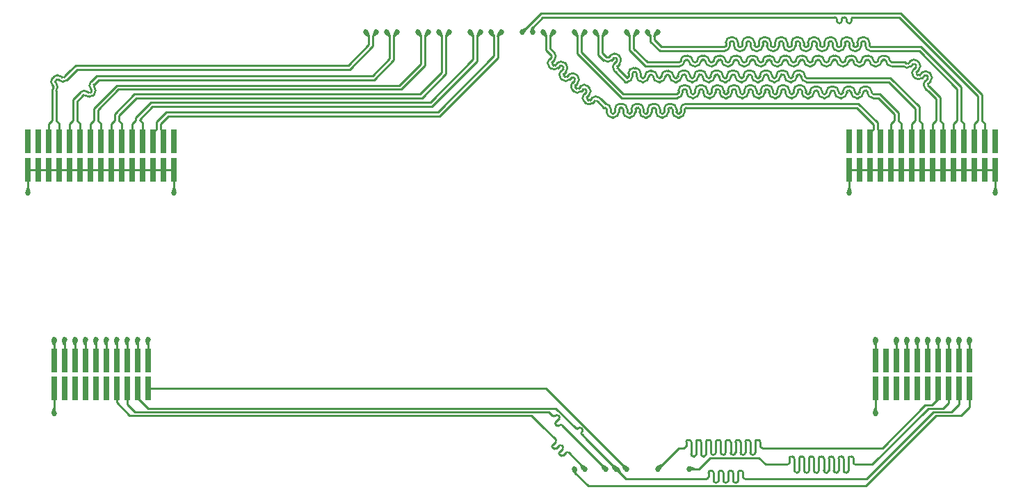
<source format=gtl>
%TF.GenerationSoftware,KiCad,Pcbnew,8.0.4-8.0.4-0~ubuntu24.04.1*%
%TF.CreationDate,2024-08-09T13:50:06+02:00*%
%TF.ProjectId,MainBoard,4d61696e-426f-4617-9264-2e6b69636164,rev?*%
%TF.SameCoordinates,Original*%
%TF.FileFunction,Copper,L1,Top*%
%TF.FilePolarity,Positive*%
%FSLAX46Y46*%
G04 Gerber Fmt 4.6, Leading zero omitted, Abs format (unit mm)*
G04 Created by KiCad (PCBNEW 8.0.4-8.0.4-0~ubuntu24.04.1) date 2024-08-09 13:50:06*
%MOMM*%
%LPD*%
G01*
G04 APERTURE LIST*
%TA.AperFunction,SMDPad,CuDef*%
%ADD10R,0.740000X2.920000*%
%TD*%
%TA.AperFunction,ViaPad*%
%ADD11C,0.685800*%
%TD*%
%TA.AperFunction,Conductor*%
%ADD12C,0.254000*%
%TD*%
%TA.AperFunction,Conductor*%
%ADD13C,0.290000*%
%TD*%
G04 APERTURE END LIST*
D10*
X46610000Y-93395000D03*
X46610000Y-96825000D03*
X45340000Y-93395000D03*
X45340000Y-96825000D03*
X44070000Y-93395000D03*
X44070000Y-96825000D03*
X42800000Y-93395000D03*
X42800000Y-96825000D03*
X41530000Y-93395000D03*
X41530000Y-96825000D03*
X40260000Y-93395000D03*
X40260000Y-96825000D03*
X38990000Y-93395000D03*
X38990000Y-96825000D03*
X37720000Y-93395000D03*
X37720000Y-96825000D03*
X36450000Y-93395000D03*
X36450000Y-96825000D03*
X35180000Y-93395000D03*
X35180000Y-96825000D03*
X146610000Y-93395000D03*
X146610000Y-96825000D03*
X145340000Y-93395000D03*
X145340000Y-96825000D03*
X144070000Y-93395000D03*
X144070000Y-96825000D03*
X142800000Y-93395000D03*
X142800000Y-96825000D03*
X141530000Y-93395000D03*
X141530000Y-96825000D03*
X140260000Y-93395000D03*
X140260000Y-96825000D03*
X138990000Y-93395000D03*
X138990000Y-96825000D03*
X137720000Y-93395000D03*
X137720000Y-96825000D03*
X136450000Y-93395000D03*
X136450000Y-96825000D03*
X135180000Y-93395000D03*
X135180000Y-96825000D03*
X149785000Y-66785000D03*
X149785000Y-70215000D03*
X148515000Y-66785000D03*
X148515000Y-70215000D03*
X147245000Y-66785000D03*
X147245000Y-70215000D03*
X145975000Y-66785000D03*
X145975000Y-70215000D03*
X144705000Y-66785000D03*
X144705000Y-70215000D03*
X143435000Y-66785000D03*
X143435000Y-70215000D03*
X142165000Y-66785000D03*
X142165000Y-70215000D03*
X140895000Y-66785000D03*
X140895000Y-70215000D03*
X139625000Y-66785000D03*
X139625000Y-70215000D03*
X138355000Y-66785000D03*
X138355000Y-70215000D03*
X137085000Y-66785000D03*
X137085000Y-70215000D03*
X135815000Y-66785000D03*
X135815000Y-70215000D03*
X134545000Y-66785000D03*
X134545000Y-70215000D03*
X133275000Y-66785000D03*
X133275000Y-70215000D03*
X132005000Y-66785000D03*
X132005000Y-70215000D03*
X49785000Y-66785000D03*
X49785000Y-70215000D03*
X48515000Y-66785000D03*
X48515000Y-70215000D03*
X47245000Y-66785000D03*
X47245000Y-70215000D03*
X45975000Y-66785000D03*
X45975000Y-70215000D03*
X44705000Y-66785000D03*
X44705000Y-70215000D03*
X43435000Y-66785000D03*
X43435000Y-70215000D03*
X42165000Y-66785000D03*
X42165000Y-70215000D03*
X40895000Y-66785000D03*
X40895000Y-70215000D03*
X39625000Y-66785000D03*
X39625000Y-70215000D03*
X38355000Y-66785000D03*
X38355000Y-70215000D03*
X37085000Y-66785000D03*
X37085000Y-70215000D03*
X35815000Y-66785000D03*
X35815000Y-70215000D03*
X34545000Y-66785000D03*
X34545000Y-70215000D03*
X33275000Y-66785000D03*
X33275000Y-70215000D03*
X32005000Y-66785000D03*
X32005000Y-70215000D03*
D11*
X49785000Y-73000000D03*
X35200000Y-90874000D03*
X35180000Y-99874000D03*
X37740000Y-90874000D03*
X32005000Y-73000000D03*
X149785000Y-73000000D03*
X132005000Y-73000000D03*
X135180000Y-99875000D03*
X135200000Y-90875000D03*
X142800000Y-90875000D03*
X112480000Y-106600000D03*
X102325000Y-106600000D03*
X44070000Y-90874000D03*
X144070000Y-90875000D03*
X138990000Y-90875000D03*
X42800000Y-90874000D03*
X108675000Y-106600000D03*
X38990000Y-90874000D03*
X103595000Y-106600000D03*
X99779293Y-106599293D03*
X98510000Y-106600000D03*
X104865000Y-106600000D03*
X141530000Y-90875000D03*
X140260000Y-90875000D03*
X137720000Y-90875000D03*
X40260000Y-90874000D03*
X41530000Y-90874000D03*
X36450000Y-90874000D03*
X93435000Y-53500000D03*
X94705000Y-53500000D03*
X92155000Y-53500000D03*
X95975000Y-53500000D03*
X108675000Y-53500000D03*
X75655000Y-53500000D03*
X89625000Y-53500000D03*
X104865000Y-53500000D03*
X76925000Y-53500000D03*
X102325000Y-53500000D03*
X107385000Y-53500000D03*
X83275000Y-53500000D03*
X74395000Y-53500000D03*
X88335000Y-53500000D03*
X101056000Y-53500000D03*
X80735000Y-53500000D03*
X99785000Y-53500000D03*
X98515000Y-53500000D03*
X85815000Y-53500000D03*
X79465000Y-53500000D03*
X73115000Y-53500000D03*
X87085000Y-53500000D03*
X106135000Y-53500000D03*
X82006000Y-53500000D03*
X145340000Y-90875000D03*
X146610000Y-90875000D03*
X46610000Y-90874000D03*
X45340000Y-90874000D03*
D12*
X33275000Y-70215000D02*
X32005000Y-70215000D01*
X37720000Y-90894000D02*
X37740000Y-90874000D01*
X132005000Y-73000000D02*
X132005000Y-70215000D01*
X49785000Y-70215000D02*
X49785000Y-73000000D01*
X135180000Y-93395000D02*
X135180000Y-90895000D01*
X132005000Y-70215000D02*
X149785000Y-70215000D01*
X33275000Y-70215000D02*
X49785000Y-70215000D01*
X35180000Y-96825000D02*
X35180000Y-99874000D01*
X37720000Y-93395000D02*
X37720000Y-90894000D01*
X135180000Y-90895000D02*
X135200000Y-90875000D01*
X32005000Y-70215000D02*
X32005000Y-73000000D01*
X35180000Y-93395000D02*
X35180000Y-90894000D01*
X149785000Y-70215000D02*
X149785000Y-73000000D01*
X35180000Y-90894000D02*
X35200000Y-90874000D01*
X135180000Y-96825000D02*
X135180000Y-99875000D01*
X142800000Y-90875000D02*
X142800000Y-93395000D01*
X129491450Y-106075000D02*
X129491450Y-105332714D01*
X125291450Y-105332714D02*
X125291450Y-105835000D01*
X133450000Y-106075000D02*
X134800000Y-106075000D01*
X44981000Y-99656000D02*
X95381000Y-99656000D01*
X127691450Y-106075000D02*
X127691450Y-106817286D01*
X127931450Y-107057286D02*
X128051450Y-107057286D01*
X96282133Y-100896544D02*
X96267991Y-100910686D01*
X134800000Y-106075000D02*
X141600000Y-99275000D01*
X129491450Y-106817286D02*
X129491450Y-106075000D01*
X125891450Y-106075000D02*
X125891450Y-105332714D01*
X115000000Y-105275000D02*
X121000000Y-105275000D01*
X130331450Y-107057286D02*
X130451450Y-107057286D01*
X96267991Y-101250098D02*
X96352843Y-101334950D01*
X131291450Y-106075000D02*
X131291450Y-106817286D01*
X125891450Y-106817286D02*
X125891450Y-106075000D01*
X126491450Y-105332714D02*
X126491450Y-106075000D01*
X125291450Y-106075000D02*
X125291450Y-106817286D01*
X96692255Y-101334950D02*
X96706397Y-101320807D01*
X127091450Y-106817286D02*
X127091450Y-106075000D01*
X130931450Y-105092691D02*
X131051450Y-105092691D01*
X124691450Y-105835000D02*
X124691450Y-105332714D01*
X132731450Y-106075000D02*
X132851450Y-106075000D01*
X96550836Y-100118729D02*
X96635688Y-100203581D01*
X128291450Y-106075000D02*
X128291450Y-105332714D01*
X124931450Y-105092714D02*
X125051450Y-105092714D01*
X130091450Y-105332714D02*
X130091450Y-106075000D01*
X131891450Y-106817286D02*
X131891450Y-106075000D01*
X128891450Y-105332714D02*
X128891450Y-106075000D01*
X121000000Y-105275000D02*
X121800000Y-106075000D01*
X96621544Y-100557134D02*
X96451839Y-100726839D01*
X130091450Y-106075000D02*
X130091450Y-106817286D01*
X97045808Y-101320807D02*
X97130661Y-101405661D01*
X130691450Y-106075000D02*
X130691450Y-105332691D01*
X131291450Y-105332691D02*
X131291450Y-106075000D01*
X128891450Y-106075000D02*
X128891450Y-106817286D01*
X97445891Y-101720891D02*
X102325000Y-106600000D01*
X128291450Y-106817286D02*
X128291450Y-106075000D01*
X127091450Y-106075000D02*
X127091450Y-105332714D01*
X144070000Y-98605000D02*
X144070000Y-96825000D01*
X132131450Y-105092691D02*
X132251450Y-105092691D01*
X44070000Y-98745000D02*
X44981000Y-99656000D01*
X131891450Y-105835000D02*
X131891450Y-105332691D01*
X44070000Y-96825000D02*
X44070000Y-98745000D01*
X131531450Y-107057286D02*
X131651450Y-107057286D01*
X121800000Y-106075000D02*
X124451450Y-106075000D01*
X127691450Y-105332714D02*
X127691450Y-106075000D01*
X129131450Y-107057286D02*
X129251450Y-107057286D01*
X97130661Y-101405661D02*
X97445891Y-101720891D01*
X125531450Y-107057286D02*
X125651450Y-107057286D01*
X126491450Y-106075000D02*
X126491450Y-106817286D01*
X96451839Y-100726839D02*
X96282133Y-100896544D01*
X127331450Y-105092714D02*
X127451450Y-105092714D01*
X126131450Y-105092714D02*
X126251450Y-105092714D01*
X95381000Y-99656000D02*
X95857871Y-100132871D01*
X96197283Y-100132872D02*
X96211424Y-100118728D01*
X112480000Y-106600000D02*
X113675000Y-106600000D01*
X129731450Y-105092714D02*
X129851450Y-105092714D01*
X141600000Y-99275000D02*
X143400000Y-99275000D01*
X113675000Y-106600000D02*
X115000000Y-105275000D01*
X131891450Y-106075000D02*
X131891450Y-105835000D01*
X128531450Y-105092714D02*
X128651450Y-105092714D01*
X132851450Y-106075000D02*
X133450000Y-106075000D01*
X143400000Y-99275000D02*
X144070000Y-98605000D01*
X126731450Y-107057286D02*
X126851450Y-107057286D01*
X125291450Y-105835000D02*
X125291450Y-106075000D01*
X96635688Y-100542993D02*
X96621544Y-100557134D01*
X132491450Y-105332691D02*
X132491450Y-105835000D01*
X130691450Y-106817286D02*
X130691450Y-106075000D01*
X96267991Y-100910686D02*
G75*
G03*
X96267983Y-101250106I169709J-169714D01*
G01*
X129851450Y-105092714D02*
G75*
G02*
X130091486Y-105332714I50J-239986D01*
G01*
X130091450Y-106817286D02*
G75*
G03*
X130331450Y-107057250I239950J-14D01*
G01*
X125291450Y-106817286D02*
G75*
G03*
X125531450Y-107057250I239950J-14D01*
G01*
X96635688Y-100203581D02*
G75*
G02*
X96635701Y-100543006I-169688J-169719D01*
G01*
X124691450Y-105332714D02*
G75*
G02*
X124931450Y-105092750I239950J14D01*
G01*
X96211424Y-100118728D02*
G75*
G02*
X96550806Y-100118758I169676J-169672D01*
G01*
X125891450Y-105332714D02*
G75*
G02*
X126131450Y-105092750I239950J14D01*
G01*
X131651450Y-107057286D02*
G75*
G03*
X131891486Y-106817286I50J239986D01*
G01*
X125651450Y-107057286D02*
G75*
G03*
X125891486Y-106817286I50J239986D01*
G01*
X132491450Y-105835000D02*
G75*
G03*
X132731450Y-106074950I239950J0D01*
G01*
X128291450Y-105332714D02*
G75*
G02*
X128531450Y-105092750I239950J14D01*
G01*
X131891450Y-105332691D02*
G75*
G02*
X132131450Y-105092750I239950J-9D01*
G01*
X131051450Y-105092691D02*
G75*
G02*
X131291509Y-105332691I50J-240009D01*
G01*
X124451450Y-106075000D02*
G75*
G03*
X124691500Y-105835000I50J240000D01*
G01*
X127451450Y-105092714D02*
G75*
G02*
X127691486Y-105332714I50J-239986D01*
G01*
X129251450Y-107057286D02*
G75*
G03*
X129491486Y-106817286I50J239986D01*
G01*
X128051450Y-107057286D02*
G75*
G03*
X128291486Y-106817286I50J239986D01*
G01*
X126491450Y-106817286D02*
G75*
G03*
X126731450Y-107057250I239950J-14D01*
G01*
X95857871Y-100132871D02*
G75*
G03*
X96197306Y-100132895I169729J169671D01*
G01*
X96352843Y-101334950D02*
G75*
G03*
X96692255Y-101334950I169706J169704D01*
G01*
X127691450Y-106817286D02*
G75*
G03*
X127931450Y-107057250I239950J-14D01*
G01*
X130451450Y-107057286D02*
G75*
G03*
X130691486Y-106817286I50J239986D01*
G01*
X128651450Y-105092714D02*
G75*
G02*
X128891486Y-105332714I50J-239986D01*
G01*
X127091450Y-105332714D02*
G75*
G02*
X127331450Y-105092750I239950J14D01*
G01*
X130691450Y-105332691D02*
G75*
G02*
X130931450Y-105092750I239950J-9D01*
G01*
X131291450Y-106817286D02*
G75*
G03*
X131531450Y-107057250I239950J-14D01*
G01*
X132251450Y-105092691D02*
G75*
G02*
X132491509Y-105332691I50J-240009D01*
G01*
X126251450Y-105092714D02*
G75*
G02*
X126491486Y-105332714I50J-239986D01*
G01*
X128891450Y-106817286D02*
G75*
G03*
X129131450Y-107057250I239950J-14D01*
G01*
X125051450Y-105092714D02*
G75*
G02*
X125291486Y-105332714I50J-239986D01*
G01*
X126851450Y-107057286D02*
G75*
G03*
X127091486Y-106817286I50J239986D01*
G01*
X96706397Y-101320807D02*
G75*
G02*
X97045808Y-101320806I169706J-169707D01*
G01*
X129491450Y-105332714D02*
G75*
G02*
X129731450Y-105092750I239950J14D01*
G01*
X44070000Y-90874000D02*
X44070000Y-93395000D01*
X144070000Y-90875000D02*
X144070000Y-93395000D01*
X138990000Y-90875000D02*
X138990000Y-93395000D01*
X42800000Y-90874000D02*
X42800000Y-93395000D01*
X113940000Y-103315000D02*
X113940000Y-104075000D01*
X119340000Y-104075000D02*
X119340000Y-103315000D01*
X116940000Y-104075000D02*
X116940000Y-103315000D01*
X120540000Y-104635000D02*
X120540000Y-104075000D01*
X118140000Y-104635000D02*
X118140000Y-104075000D01*
X119940000Y-103315000D02*
X119940000Y-104075000D01*
X114540000Y-104075000D02*
X114540000Y-103315000D01*
X121380000Y-104075000D02*
X121500000Y-104075000D01*
X115740000Y-104075000D02*
X115740000Y-103315000D01*
X136000000Y-104075000D02*
X141200000Y-98875000D01*
X114540000Y-104835000D02*
X114540000Y-104075000D01*
X117540000Y-104075000D02*
X117540000Y-104635000D01*
X119580000Y-103075000D02*
X119700000Y-103075000D01*
X112740000Y-103315000D02*
X112740000Y-103835000D01*
X114180000Y-105075000D02*
X114300000Y-105075000D01*
X108675000Y-106600000D02*
X111200000Y-104075000D01*
X120180000Y-104875000D02*
X120300000Y-104875000D01*
X116340000Y-104075000D02*
X116340000Y-104635000D01*
X119940000Y-104075000D02*
X119940000Y-104635000D01*
X116340000Y-103315000D02*
X116340000Y-104075000D01*
X112980000Y-105075000D02*
X113100000Y-105075000D01*
X116940000Y-104635000D02*
X116940000Y-104075000D01*
X114780000Y-103075000D02*
X114900000Y-103075000D01*
X120540000Y-104075000D02*
X120540000Y-103835000D01*
X142019000Y-98875000D02*
X142800000Y-98094000D01*
X121500000Y-104075000D02*
X122000000Y-104075000D01*
X118980000Y-104875000D02*
X119100000Y-104875000D01*
X115140000Y-104075000D02*
X115140000Y-104635000D01*
X118380000Y-103075000D02*
X118500000Y-103075000D01*
X142800000Y-98094000D02*
X142800000Y-96825000D01*
X116580000Y-104875000D02*
X116700000Y-104875000D01*
X112140000Y-103835000D02*
X112140000Y-103315000D01*
X118140000Y-104075000D02*
X118140000Y-103315000D01*
X111200000Y-104075000D02*
X111900000Y-104075000D01*
X120540000Y-103835000D02*
X120540000Y-103315000D01*
X119340000Y-104635000D02*
X119340000Y-104075000D01*
X113940000Y-104075000D02*
X113940000Y-104835000D01*
X121140000Y-103315000D02*
X121140000Y-103835000D01*
X117780000Y-104875000D02*
X117900000Y-104875000D01*
X122000000Y-104075000D02*
X136000000Y-104075000D01*
X115980000Y-103075000D02*
X116100000Y-103075000D01*
X141200000Y-98875000D02*
X142019000Y-98875000D01*
X115380000Y-104875000D02*
X115500000Y-104875000D01*
X115740000Y-104635000D02*
X115740000Y-104075000D01*
X117180000Y-103075000D02*
X117300000Y-103075000D01*
X113340000Y-104075000D02*
X113340000Y-103315000D01*
X113340000Y-104835000D02*
X113340000Y-104075000D01*
X117540000Y-103315000D02*
X117540000Y-104075000D01*
X118740000Y-104075000D02*
X118740000Y-104635000D01*
X120780000Y-103075000D02*
X120900000Y-103075000D01*
X112740000Y-103835000D02*
X112740000Y-104075000D01*
X113580000Y-103075000D02*
X113700000Y-103075000D01*
X118740000Y-103315000D02*
X118740000Y-104075000D01*
X115140000Y-103315000D02*
X115140000Y-104075000D01*
X112740000Y-104075000D02*
X112740000Y-104835000D01*
X112380000Y-103075000D02*
X112500000Y-103075000D01*
X117300000Y-103075000D02*
G75*
G02*
X117540000Y-103315000I0J-240000D01*
G01*
X116940000Y-103315000D02*
G75*
G02*
X117180000Y-103075000I240000J0D01*
G01*
X113340000Y-103315000D02*
G75*
G02*
X113580000Y-103075000I240000J0D01*
G01*
X113100000Y-105075000D02*
G75*
G03*
X113340000Y-104835000I0J240000D01*
G01*
X117540000Y-104635000D02*
G75*
G03*
X117780000Y-104875000I240000J0D01*
G01*
X119700000Y-103075000D02*
G75*
G02*
X119940000Y-103315000I0J-240000D01*
G01*
X113700000Y-103075000D02*
G75*
G02*
X113940000Y-103315000I0J-240000D01*
G01*
X120540000Y-103315000D02*
G75*
G02*
X120780000Y-103075000I240000J0D01*
G01*
X116700000Y-104875000D02*
G75*
G03*
X116940000Y-104635000I0J240000D01*
G01*
X111900000Y-104075000D02*
G75*
G03*
X112140000Y-103835000I0J240000D01*
G01*
X115140000Y-104635000D02*
G75*
G03*
X115380000Y-104875000I240000J0D01*
G01*
X119100000Y-104875000D02*
G75*
G03*
X119340000Y-104635000I0J240000D01*
G01*
X116100000Y-103075000D02*
G75*
G02*
X116340000Y-103315000I0J-240000D01*
G01*
X118740000Y-104635000D02*
G75*
G03*
X118980000Y-104875000I240000J0D01*
G01*
X115740000Y-103315000D02*
G75*
G02*
X115980000Y-103075000I240000J0D01*
G01*
X113940000Y-104835000D02*
G75*
G03*
X114180000Y-105075000I240000J0D01*
G01*
X118500000Y-103075000D02*
G75*
G02*
X118740000Y-103315000I0J-240000D01*
G01*
X114540000Y-103315000D02*
G75*
G02*
X114780000Y-103075000I240000J0D01*
G01*
X120300000Y-104875000D02*
G75*
G03*
X120540000Y-104635000I0J240000D01*
G01*
X112140000Y-103315000D02*
G75*
G02*
X112380000Y-103075000I240000J0D01*
G01*
X112500000Y-103075000D02*
G75*
G02*
X112740000Y-103315000I0J-240000D01*
G01*
X114300000Y-105075000D02*
G75*
G03*
X114540000Y-104835000I0J240000D01*
G01*
X119940000Y-104635000D02*
G75*
G03*
X120180000Y-104875000I240000J0D01*
G01*
X120900000Y-103075000D02*
G75*
G02*
X121140000Y-103315000I0J-240000D01*
G01*
X121140000Y-103835000D02*
G75*
G03*
X121380000Y-104075000I240000J0D01*
G01*
X118140000Y-103315000D02*
G75*
G02*
X118380000Y-103075000I240000J0D01*
G01*
X117900000Y-104875000D02*
G75*
G03*
X118140000Y-104635000I0J240000D01*
G01*
X112740000Y-104835000D02*
G75*
G03*
X112980000Y-105075000I240000J0D01*
G01*
X116340000Y-104635000D02*
G75*
G03*
X116580000Y-104875000I240000J0D01*
G01*
X114900000Y-103075000D02*
G75*
G02*
X115140000Y-103315000I0J-240000D01*
G01*
X115500000Y-104875000D02*
G75*
G03*
X115740000Y-104635000I0J240000D01*
G01*
X119340000Y-103315000D02*
G75*
G02*
X119580000Y-103075000I240000J0D01*
G01*
X38990000Y-90874000D02*
X38990000Y-93395000D01*
X115454411Y-107585000D02*
X115454411Y-107825000D01*
X116054411Y-107825000D02*
X116054411Y-107065000D01*
X118454411Y-108050000D02*
X118454411Y-107825000D01*
X99517985Y-102522985D02*
X99957640Y-102962640D01*
X104820000Y-107825000D02*
X114614411Y-107825000D01*
X142200000Y-99675000D02*
X144400000Y-99675000D01*
X99008869Y-101674458D02*
X99023010Y-101660314D01*
X120000000Y-107825000D02*
X134050000Y-107825000D01*
X144400000Y-99675000D02*
X145340000Y-98735000D01*
X117854411Y-107825000D02*
X117854411Y-108050000D01*
X118454411Y-107825000D02*
X118454411Y-107585000D01*
X119414411Y-107825000D02*
X120000000Y-107825000D01*
X96270000Y-99275000D02*
X98669457Y-101674457D01*
X115454411Y-107065000D02*
X115454411Y-107585000D01*
X115679411Y-108275000D02*
X115829411Y-108275000D01*
X99957640Y-102962640D02*
X103595000Y-106600000D01*
X119054411Y-107065000D02*
X119054411Y-107585000D01*
X103595000Y-106600000D02*
X104820000Y-107825000D01*
X117254411Y-108050000D02*
X117254411Y-107825000D01*
X118079411Y-108275000D02*
X118229411Y-108275000D01*
X99362422Y-101660315D02*
X99447274Y-101745167D01*
X46600000Y-99275000D02*
X96270000Y-99275000D01*
X117254411Y-107825000D02*
X117254411Y-107065000D01*
X118694411Y-106825000D02*
X118814411Y-106825000D01*
X116879411Y-108275000D02*
X117029411Y-108275000D01*
X116654411Y-107825000D02*
X116654411Y-108050000D01*
X115454411Y-107825000D02*
X115454411Y-108050000D01*
X114854411Y-107585000D02*
X114854411Y-107065000D01*
X99433131Y-102438132D02*
X99517985Y-102522985D01*
X99447274Y-102084579D02*
X99433130Y-102098720D01*
X115094411Y-106825000D02*
X115214411Y-106825000D01*
X45340000Y-96825000D02*
X45340000Y-98015000D01*
X134050000Y-107825000D02*
X142200000Y-99675000D01*
X118454411Y-107585000D02*
X118454411Y-107065000D01*
X145340000Y-98735000D02*
X145340000Y-96825000D01*
X116054411Y-108050000D02*
X116054411Y-107825000D01*
X117494411Y-106825000D02*
X117614411Y-106825000D01*
X45340000Y-98015000D02*
X46600000Y-99275000D01*
X116654411Y-107065000D02*
X116654411Y-107825000D01*
X117854411Y-107065000D02*
X117854411Y-107825000D01*
X119294411Y-107825000D02*
X119414411Y-107825000D01*
X116294411Y-106825000D02*
X116414411Y-106825000D01*
X114854411Y-107065000D02*
G75*
G02*
X115094411Y-106825011I239989J0D01*
G01*
X99433130Y-102098720D02*
G75*
G03*
X99433156Y-102438106I169670J-169680D01*
G01*
X99023010Y-101660314D02*
G75*
G02*
X99362406Y-101660330I169690J-169686D01*
G01*
X118814411Y-106825000D02*
G75*
G02*
X119054400Y-107065000I-11J-240000D01*
G01*
X116414411Y-106825000D02*
G75*
G02*
X116654400Y-107065000I-11J-240000D01*
G01*
X115829411Y-108275000D02*
G75*
G03*
X116054400Y-108050000I-11J225000D01*
G01*
X116654411Y-108050000D02*
G75*
G03*
X116879411Y-108274989I224989J0D01*
G01*
X118454411Y-107065000D02*
G75*
G02*
X118694411Y-106825011I239989J0D01*
G01*
X117254411Y-107065000D02*
G75*
G02*
X117494411Y-106825011I239989J0D01*
G01*
X116054411Y-107065000D02*
G75*
G02*
X116294411Y-106825011I239989J0D01*
G01*
X119054411Y-107585000D02*
G75*
G03*
X119294411Y-107824989I239989J0D01*
G01*
X117854411Y-108050000D02*
G75*
G03*
X118079411Y-108274989I224989J0D01*
G01*
X114614411Y-107825000D02*
G75*
G03*
X114854400Y-107585000I-11J240000D01*
G01*
X99447274Y-101745167D02*
G75*
G02*
X99447301Y-102084606I-169674J-169733D01*
G01*
X115454411Y-108050000D02*
G75*
G03*
X115679411Y-108274989I224989J0D01*
G01*
X117029411Y-108275000D02*
G75*
G03*
X117254400Y-108050000I-11J225000D01*
G01*
X117614411Y-106825000D02*
G75*
G02*
X117854400Y-107065000I-11J-240000D01*
G01*
X98669457Y-101674457D02*
G75*
G03*
X99008905Y-101674495I169743J169757D01*
G01*
X118229411Y-108275000D02*
G75*
G03*
X118454400Y-108050000I-11J225000D01*
G01*
X115214411Y-106825000D02*
G75*
G02*
X115454400Y-107065000I-11J-240000D01*
G01*
X93260000Y-100075000D02*
X44336000Y-100075000D01*
X94630000Y-101445000D02*
X93260000Y-100075000D01*
X96813230Y-104966781D02*
X96728377Y-104881928D01*
X44336000Y-100075000D02*
X42800000Y-98539000D01*
X96124861Y-102939861D02*
X94630000Y-101445000D01*
X96728377Y-104542516D02*
X97058241Y-104212653D01*
X95879842Y-103693996D02*
X96209712Y-103364123D01*
X42800000Y-98539000D02*
X42800000Y-96825000D01*
X99785000Y-106600000D02*
X97821919Y-104636919D01*
X97058241Y-103873241D02*
X96973390Y-103788390D01*
X96633978Y-103788390D02*
X96304105Y-104118260D01*
X96209713Y-103024713D02*
X96124861Y-102939861D01*
X95964695Y-104118261D02*
X95879842Y-104033408D01*
X97482507Y-104636919D02*
X97152642Y-104966781D01*
X97058241Y-104212653D02*
G75*
G03*
X97058288Y-103873194I-169741J169753D01*
G01*
X96304105Y-104118260D02*
G75*
G02*
X95964695Y-104118261I-169705J169660D01*
G01*
X96973390Y-103788390D02*
G75*
G03*
X96633978Y-103788390I-169706J-169701D01*
G01*
X95879842Y-104033408D02*
G75*
G02*
X95879840Y-103693994I169658J169708D01*
G01*
X97821919Y-104636919D02*
G75*
G03*
X97482507Y-104636919I-169706J-169701D01*
G01*
X97152642Y-104966781D02*
G75*
G02*
X96813230Y-104966781I-169706J169701D01*
G01*
X96728377Y-104881928D02*
G75*
G02*
X96728355Y-104542494I169723J169728D01*
G01*
X96209712Y-103364123D02*
G75*
G03*
X96209731Y-103024696I-169712J169723D01*
G01*
X95090000Y-96825000D02*
X104865000Y-106600000D01*
X142600000Y-100075000D02*
X145600000Y-100075000D01*
X133975000Y-108700000D02*
X142600000Y-100075000D01*
X98510000Y-107020000D02*
X100190000Y-108700000D01*
X146610000Y-99065000D02*
X146610000Y-96825000D01*
X100190000Y-108700000D02*
X133975000Y-108700000D01*
X145600000Y-100075000D02*
X146610000Y-99065000D01*
X46610000Y-96825000D02*
X95090000Y-96825000D01*
X98510000Y-106600000D02*
X98510000Y-107020000D01*
X141530000Y-90875000D02*
X141530000Y-93395000D01*
X140260000Y-90875000D02*
X140260000Y-93395000D01*
X137720000Y-90875000D02*
X137720000Y-93395000D01*
X40260000Y-90874000D02*
X40260000Y-93395000D01*
X41530000Y-90874000D02*
X41530000Y-93395000D01*
X36450000Y-93395000D02*
X36450000Y-90874000D01*
D13*
X94677965Y-51670000D02*
X93435000Y-52912965D01*
X132028136Y-52363707D02*
X131908136Y-52363707D01*
X130468136Y-52123685D02*
X130468136Y-51910000D01*
X147245000Y-66785000D02*
X147245000Y-64594999D01*
X132268136Y-51910000D02*
X132268136Y-52123707D01*
X131068136Y-51910000D02*
X131068136Y-52123685D01*
X130228136Y-51670000D02*
X130108136Y-51670000D01*
X131428136Y-51670000D02*
X131308136Y-51670000D01*
X131668136Y-52123707D02*
X131668136Y-51910000D01*
X147245000Y-64594999D02*
X147635000Y-64204999D01*
X130828136Y-52363685D02*
X130708136Y-52363685D01*
X130108136Y-51670000D02*
X127850000Y-51670000D01*
X147635000Y-64204999D02*
X147635000Y-61256484D01*
X147635000Y-61256484D02*
X138048516Y-51670000D01*
X93435000Y-52912965D02*
X93435000Y-53500000D01*
X127850000Y-51670000D02*
X94677965Y-51670000D01*
X138048516Y-51670000D02*
X132508136Y-51670000D01*
X130468136Y-51910000D02*
G75*
G03*
X130228136Y-51669964I-240036J0D01*
G01*
X131908136Y-52363707D02*
G75*
G02*
X131668093Y-52123707I-36J240007D01*
G01*
X131308136Y-51670000D02*
G75*
G03*
X131068100Y-51910000I-36J-240000D01*
G01*
X131668136Y-51910000D02*
G75*
G03*
X131428136Y-51669964I-240036J0D01*
G01*
X131068136Y-52123685D02*
G75*
G02*
X130828136Y-52363736I-240036J-15D01*
G01*
X132508136Y-51670000D02*
G75*
G03*
X132268100Y-51910000I-36J-240000D01*
G01*
X130708136Y-52363685D02*
G75*
G02*
X130468115Y-52123685I-36J239985D01*
G01*
X132268136Y-52123707D02*
G75*
G02*
X132028136Y-52363736I-240036J7D01*
G01*
X100758908Y-62077751D02*
X101022986Y-61813672D01*
X95462668Y-57693701D02*
X95604089Y-57835122D01*
X111946485Y-63198450D02*
X111946485Y-62825000D01*
X111101484Y-63843451D02*
X111301484Y-63843451D01*
X94705000Y-53500000D02*
X95095000Y-53890000D01*
X101242188Y-61813672D02*
X101383610Y-61955094D01*
X98555184Y-59345869D02*
X98291094Y-59609958D01*
X104101484Y-62670001D02*
X104301484Y-62670001D01*
X99705318Y-61936330D02*
X99846739Y-62077751D01*
X97930471Y-59249335D02*
X98194560Y-58985245D01*
X99969397Y-60540881D02*
X99969397Y-60540880D01*
X98413762Y-58985245D02*
X98555184Y-59126668D01*
X95095000Y-53890000D02*
X95095000Y-55666484D01*
X118750000Y-62670000D02*
X132898516Y-62670000D01*
X105946485Y-63198450D02*
X105946485Y-62825000D01*
X109946485Y-63198450D02*
X109946485Y-62825000D01*
X134935000Y-64706484D02*
X134935000Y-65305000D01*
X96516258Y-57835122D02*
X96780347Y-57571032D01*
X102456483Y-62825000D02*
X102456483Y-63198450D01*
X109101484Y-63843451D02*
X109301484Y-63843451D01*
X107946485Y-63198450D02*
X107946485Y-62825000D01*
X105101484Y-63843451D02*
X105301484Y-63843451D01*
X108456483Y-62825000D02*
X108456483Y-63198450D01*
X103101484Y-63843451D02*
X103301484Y-63843451D01*
X96999549Y-57571032D02*
X97140971Y-57712455D01*
X96876881Y-59107914D02*
X97018302Y-59249335D01*
X134545000Y-65695000D02*
X134545000Y-66785000D01*
X95726758Y-56298242D02*
X95726758Y-56298241D01*
X101383610Y-61955094D02*
X102098516Y-62670000D01*
X95726758Y-56517443D02*
X95462668Y-56781532D01*
X112301484Y-62670001D02*
X118750000Y-62670000D01*
X107101484Y-63843451D02*
X107301484Y-63843451D01*
X112101484Y-62670001D02*
X112301484Y-62670001D01*
X102098516Y-62670000D02*
X102301484Y-62670001D01*
X110456483Y-62825000D02*
X110456483Y-63198450D01*
X104456483Y-62825000D02*
X104456483Y-63198450D01*
X103946485Y-63198450D02*
X103946485Y-62825000D01*
X98555184Y-59126668D02*
X98555184Y-59126667D01*
X97140971Y-57931656D02*
X96876881Y-58195745D01*
X99827975Y-60399458D02*
X99969397Y-60540881D01*
X99344684Y-60663548D02*
X99608773Y-60399458D01*
X134935000Y-65305000D02*
X134545000Y-65695000D01*
X132898516Y-62670000D02*
X134935000Y-64706484D01*
X106456483Y-62825000D02*
X106456483Y-63198450D01*
X106101484Y-62670001D02*
X106301484Y-62670001D01*
X108101484Y-62670001D02*
X108301484Y-62670001D01*
X98291094Y-60522127D02*
X98432515Y-60663548D01*
X97140971Y-57712455D02*
X97140971Y-57712454D01*
X99969397Y-60760082D02*
X99705318Y-61024160D01*
X110101484Y-62670001D02*
X110301484Y-62670001D01*
X95095000Y-55666484D02*
X95726758Y-56298242D01*
X107301484Y-63843451D02*
G75*
G03*
X107946451Y-63198450I16J644951D01*
G01*
X102456483Y-63198450D02*
G75*
G03*
X103101484Y-63843517I645017J-50D01*
G01*
X96780347Y-57571032D02*
G75*
G02*
X96999549Y-57571032I109601J-109602D01*
G01*
X103946485Y-62825000D02*
G75*
G02*
X104101484Y-62669985I155015J0D01*
G01*
X98194560Y-58985245D02*
G75*
G02*
X98413762Y-58985245I109601J-109602D01*
G01*
X98432515Y-60663548D02*
G75*
G03*
X99344684Y-60663549I456085J456086D01*
G01*
X105301484Y-63843451D02*
G75*
G03*
X105946451Y-63198450I16J644951D01*
G01*
X106301484Y-62670001D02*
G75*
G02*
X106456499Y-62825000I16J-154999D01*
G01*
X111301484Y-63843451D02*
G75*
G03*
X111946451Y-63198450I16J644951D01*
G01*
X102301484Y-62670001D02*
G75*
G02*
X102456499Y-62825000I16J-154999D01*
G01*
X98555184Y-59126667D02*
G75*
G02*
X98555216Y-59345901I-109584J-109633D01*
G01*
X96876881Y-58195745D02*
G75*
G03*
X96876910Y-59107885I456119J-456055D01*
G01*
X108301484Y-62670001D02*
G75*
G02*
X108456499Y-62825000I16J-154999D01*
G01*
X109946485Y-62825000D02*
G75*
G02*
X110101484Y-62669985I155015J0D01*
G01*
X107946485Y-62825000D02*
G75*
G02*
X108101484Y-62669985I155015J0D01*
G01*
X111946485Y-62825000D02*
G75*
G02*
X112101484Y-62669985I155015J0D01*
G01*
X95462668Y-56781532D02*
G75*
G03*
X95462684Y-57693685I456132J-456068D01*
G01*
X105946485Y-62825000D02*
G75*
G02*
X106101484Y-62669985I155015J0D01*
G01*
X99846739Y-62077751D02*
G75*
G03*
X100758908Y-62077752I456085J456086D01*
G01*
X99969397Y-60540880D02*
G75*
G02*
X99969416Y-60760101I-109597J-109620D01*
G01*
X109301484Y-63843451D02*
G75*
G03*
X109946451Y-63198450I16J644951D01*
G01*
X99608773Y-60399458D02*
G75*
G02*
X99827975Y-60399458I109601J-109602D01*
G01*
X108456483Y-63198450D02*
G75*
G03*
X109101484Y-63843517I645017J-50D01*
G01*
X106456483Y-63198450D02*
G75*
G03*
X107101484Y-63843517I645017J-50D01*
G01*
X104301484Y-62670001D02*
G75*
G02*
X104456499Y-62825000I16J-154999D01*
G01*
X95726758Y-56298241D02*
G75*
G02*
X95726716Y-56517401I-109558J-109559D01*
G01*
X98291094Y-59609958D02*
G75*
G03*
X98291136Y-60522085I456106J-456042D01*
G01*
X110301484Y-62670001D02*
G75*
G02*
X110456499Y-62825000I16J-154999D01*
G01*
X104456483Y-63198450D02*
G75*
G03*
X105101484Y-63843517I645017J-50D01*
G01*
X110456483Y-63198450D02*
G75*
G03*
X111101484Y-63843517I645017J-50D01*
G01*
X97140971Y-57712454D02*
G75*
G02*
X97141016Y-57931701I-109571J-109646D01*
G01*
X101022986Y-61813672D02*
G75*
G02*
X101242188Y-61813672I109601J-109602D01*
G01*
X103301484Y-63843451D02*
G75*
G03*
X103946451Y-63198450I16J644951D01*
G01*
X95604089Y-57835122D02*
G75*
G03*
X96516258Y-57835123I456085J456086D01*
G01*
X97018302Y-59249335D02*
G75*
G03*
X97930471Y-59249336I456085J456086D01*
G01*
X99705318Y-61024160D02*
G75*
G03*
X99705363Y-61936285I456082J-456040D01*
G01*
X92155000Y-53500000D02*
X94475000Y-51180000D01*
X138251484Y-51180000D02*
X148125000Y-61053516D01*
X148125000Y-61053516D02*
X148125000Y-64204999D01*
X94475000Y-51180000D02*
X138251484Y-51180000D01*
X148125000Y-64204999D02*
X148515000Y-64594999D01*
X148515000Y-64594999D02*
X148515000Y-66785000D01*
X135425000Y-65305000D02*
X135815000Y-65695000D01*
X104101484Y-62179999D02*
X104301484Y-62179999D01*
X107456483Y-63198450D02*
X107456483Y-62825000D01*
X96169774Y-57488639D02*
X96433863Y-57224549D01*
X135815000Y-65695000D02*
X135815000Y-66785000D01*
X103456483Y-63198450D02*
X103456483Y-62825000D01*
X110101484Y-62179999D02*
X110301484Y-62179999D01*
X108101484Y-62179999D02*
X108301484Y-62179999D01*
X95809151Y-57347218D02*
X95950572Y-57488639D01*
X97583987Y-58902852D02*
X97848076Y-58638762D01*
X106946485Y-62825000D02*
X106946485Y-63198450D01*
X108946485Y-62825000D02*
X108946485Y-63198450D01*
X102946485Y-62825000D02*
X102946485Y-63198450D01*
X102301484Y-62180000D02*
X102301484Y-62179999D01*
X97223364Y-58761431D02*
X97364785Y-58902852D01*
X111101484Y-63353449D02*
X111301484Y-63353449D01*
X98901667Y-59692353D02*
X98637577Y-59956442D01*
X106101484Y-62179999D02*
X106301484Y-62179999D01*
X111456483Y-63198450D02*
X111456483Y-62825000D01*
X98998200Y-60317065D02*
X99262289Y-60052975D01*
X95585000Y-55463516D02*
X96073242Y-55951758D01*
X101730094Y-61608610D02*
X102301484Y-62180000D01*
X98760245Y-58638762D02*
X98901668Y-58780184D01*
X100315880Y-61106566D02*
X100051801Y-61370644D01*
X133101484Y-62180000D02*
X135425000Y-64503516D01*
X109101484Y-63353449D02*
X109301484Y-63353449D01*
X112101484Y-62179999D02*
X112301484Y-62179999D01*
X107101484Y-63353449D02*
X107301484Y-63353449D01*
X118750000Y-62180000D02*
X133101484Y-62180000D01*
X96073241Y-56863927D02*
X95809151Y-57128016D01*
X95585000Y-53890000D02*
X95585000Y-55463516D01*
X105101484Y-63353449D02*
X105301484Y-63353449D01*
X105456483Y-63198450D02*
X105456483Y-62825000D01*
X100315881Y-60194397D02*
X100315880Y-60194397D01*
X97487454Y-58278140D02*
X97223364Y-58542229D01*
X109456483Y-63198450D02*
X109456483Y-62825000D01*
X104946485Y-62825000D02*
X104946485Y-63198450D01*
X135425000Y-64503516D02*
X135425000Y-65305000D01*
X100051801Y-61589846D02*
X100193222Y-61731267D01*
X110946485Y-62825000D02*
X110946485Y-63198450D01*
X98901668Y-58780184D02*
X98901667Y-58780184D01*
X96073242Y-55951758D02*
X96073241Y-55951758D01*
X112301484Y-62179999D02*
X118750000Y-62180000D01*
X95975000Y-53500000D02*
X95585000Y-53890000D01*
X103101484Y-63353449D02*
X103301484Y-63353449D01*
X98637577Y-60175644D02*
X98778998Y-60317065D01*
X101588672Y-61467188D02*
X101730094Y-61608610D01*
X97487455Y-57365971D02*
X97487454Y-57365971D01*
X100412424Y-61731267D02*
X100676502Y-61467188D01*
X97346032Y-57224549D02*
X97487455Y-57365971D01*
X100174458Y-60052975D02*
X100315881Y-60194397D01*
X97223364Y-58542229D02*
G75*
G03*
X97223394Y-58761401I109636J-109571D01*
G01*
X95809151Y-57128016D02*
G75*
G03*
X95809168Y-57347201I109649J-109584D01*
G01*
X102946485Y-63198450D02*
G75*
G03*
X103101484Y-63353515I155015J-50D01*
G01*
X107456483Y-62825000D02*
G75*
G02*
X108101484Y-62179983I645017J0D01*
G01*
X100315880Y-60194397D02*
G75*
G02*
X100315899Y-61106584I-456080J-456103D01*
G01*
X108301484Y-62179999D02*
G75*
G02*
X108946501Y-62825000I16J-645001D01*
G01*
X110301484Y-62179999D02*
G75*
G02*
X110946501Y-62825000I16J-645001D01*
G01*
X100051801Y-61370644D02*
G75*
G03*
X100051846Y-61589801I109599J-109556D01*
G01*
X110946485Y-63198450D02*
G75*
G03*
X111101484Y-63353515I155015J-50D01*
G01*
X98778998Y-60317065D02*
G75*
G03*
X98998200Y-60317065I109601J109602D01*
G01*
X100193222Y-61731267D02*
G75*
G03*
X100412424Y-61731267I109601J109602D01*
G01*
X109301484Y-63353449D02*
G75*
G03*
X109456449Y-63198450I16J154949D01*
G01*
X111301484Y-63353449D02*
G75*
G03*
X111456449Y-63198450I16J154949D01*
G01*
X103456483Y-62825000D02*
G75*
G02*
X104101484Y-62179983I645017J0D01*
G01*
X97364785Y-58902852D02*
G75*
G03*
X97583987Y-58902852I109601J109602D01*
G01*
X103301484Y-63353449D02*
G75*
G03*
X103456449Y-63198450I16J154949D01*
G01*
X106946485Y-63198450D02*
G75*
G03*
X107101484Y-63353515I155015J-50D01*
G01*
X95950572Y-57488639D02*
G75*
G03*
X96169774Y-57488639I109601J109602D01*
G01*
X104301484Y-62179999D02*
G75*
G02*
X104946501Y-62825000I16J-645001D01*
G01*
X102301484Y-62179999D02*
G75*
G02*
X102946501Y-62825000I16J-645001D01*
G01*
X99262289Y-60052975D02*
G75*
G02*
X100174458Y-60052974I456085J-456086D01*
G01*
X97848076Y-58638762D02*
G75*
G02*
X98760245Y-58638761I456085J-456086D01*
G01*
X107301484Y-63353449D02*
G75*
G03*
X107456449Y-63198450I16J154949D01*
G01*
X108946485Y-63198450D02*
G75*
G03*
X109101484Y-63353515I155015J-50D01*
G01*
X96073241Y-55951758D02*
G75*
G02*
X96073199Y-56863884I-456041J-456042D01*
G01*
X105301484Y-63353449D02*
G75*
G03*
X105456449Y-63198450I16J154949D01*
G01*
X111456483Y-62825000D02*
G75*
G02*
X112101484Y-62179983I645017J0D01*
G01*
X104946485Y-63198450D02*
G75*
G03*
X105101484Y-63353515I155015J-50D01*
G01*
X105456483Y-62825000D02*
G75*
G02*
X106101484Y-62179983I645017J0D01*
G01*
X109456483Y-62825000D02*
G75*
G02*
X110101484Y-62179983I645017J0D01*
G01*
X96433863Y-57224549D02*
G75*
G02*
X97346032Y-57224549I456084J-456086D01*
G01*
X98637577Y-59956442D02*
G75*
G03*
X98637620Y-60175601I109623J-109558D01*
G01*
X97487454Y-57365971D02*
G75*
G02*
X97487499Y-58278185I-456054J-456129D01*
G01*
X106301484Y-62179999D02*
G75*
G02*
X106946501Y-62825000I16J-645001D01*
G01*
X98901667Y-58780184D02*
G75*
G02*
X98901699Y-59692385I-456067J-456116D01*
G01*
X100676502Y-61467188D02*
G75*
G02*
X101588672Y-61467188I456085J-456084D01*
G01*
X124955000Y-55125000D02*
X124955000Y-54735458D01*
X131600000Y-54090452D02*
X131800000Y-54090452D01*
X132445000Y-54735452D02*
X132445000Y-55125000D01*
X108275000Y-53900000D02*
X108275000Y-54403516D01*
X137400000Y-55280000D02*
X140701484Y-55280000D01*
X132955000Y-55125000D02*
X132955000Y-54735444D01*
X118955000Y-55125000D02*
X118955000Y-54735458D01*
X108675000Y-53500000D02*
X108275000Y-53900000D01*
X124445000Y-54735458D02*
X124445000Y-55125000D01*
X120955000Y-55125000D02*
X120955000Y-54735458D01*
X134800000Y-55280000D02*
X137400000Y-55280000D01*
X124600000Y-55280000D02*
X124800000Y-55280000D01*
X134600000Y-55280000D02*
X134800000Y-55280000D01*
X119600000Y-54090458D02*
X119800000Y-54090458D01*
X122445000Y-54735458D02*
X122445000Y-55125000D01*
X145585000Y-64204999D02*
X145975000Y-64594999D01*
X127600000Y-54090458D02*
X127800000Y-54090458D01*
X117600000Y-54090458D02*
X117800000Y-54090458D01*
X145585000Y-60163516D02*
X145585000Y-64204999D01*
X126600000Y-55280000D02*
X126800000Y-55280000D01*
X125600000Y-54090458D02*
X125800000Y-54090458D01*
X130600000Y-55280000D02*
X130800000Y-55280000D01*
X145975000Y-64594999D02*
X145975000Y-66785000D01*
X118600000Y-55280000D02*
X118800000Y-55280000D01*
X123600000Y-54090458D02*
X123800000Y-54090458D01*
X130445000Y-54735453D02*
X130445000Y-55125000D01*
X134445000Y-54735444D02*
X134445000Y-55125000D01*
X128955000Y-55125000D02*
X128955000Y-54735453D01*
X130955000Y-55125000D02*
X130955000Y-54735452D01*
X133600000Y-54090444D02*
X133800000Y-54090444D01*
X128600000Y-55280000D02*
X128800000Y-55280000D01*
X122600000Y-55280000D02*
X122800000Y-55280000D01*
X126955000Y-55125000D02*
X126955000Y-54735458D01*
X128445000Y-54735458D02*
X128445000Y-55125000D01*
X121600000Y-54090458D02*
X121800000Y-54090458D01*
X140701484Y-55280000D02*
X145585000Y-60163516D01*
X129600000Y-54090453D02*
X129800000Y-54090453D01*
X109151484Y-55280000D02*
X116800000Y-55280000D01*
X120445000Y-54735458D02*
X120445000Y-55125000D01*
X120600000Y-55280000D02*
X120800000Y-55280000D01*
X118445000Y-54735458D02*
X118445000Y-55125000D01*
X116955000Y-55125000D02*
X116955000Y-54735458D01*
X108275000Y-54403516D02*
X109151484Y-55280000D01*
X132600000Y-55280000D02*
X132800000Y-55280000D01*
X126445000Y-54735458D02*
X126445000Y-55125000D01*
X122955000Y-55125000D02*
X122955000Y-54735458D01*
X124800000Y-55280000D02*
G75*
G03*
X124955000Y-55125000I0J155000D01*
G01*
X118445000Y-55125000D02*
G75*
G03*
X118600000Y-55280000I155000J0D01*
G01*
X128955000Y-54735453D02*
G75*
G02*
X129600000Y-54090500I645000J-47D01*
G01*
X125800000Y-54090458D02*
G75*
G02*
X126445042Y-54735458I0J-645042D01*
G01*
X118800000Y-55280000D02*
G75*
G03*
X118955000Y-55125000I0J155000D01*
G01*
X132955000Y-54735444D02*
G75*
G02*
X133600000Y-54090400I645000J44D01*
G01*
X116800000Y-55280000D02*
G75*
G03*
X116955000Y-55125000I0J155000D01*
G01*
X126800000Y-55280000D02*
G75*
G03*
X126955000Y-55125000I0J155000D01*
G01*
X120445000Y-55125000D02*
G75*
G03*
X120600000Y-55280000I155000J0D01*
G01*
X122445000Y-55125000D02*
G75*
G03*
X122600000Y-55280000I155000J0D01*
G01*
X126955000Y-54735458D02*
G75*
G02*
X127600000Y-54090500I645000J-42D01*
G01*
X124445000Y-55125000D02*
G75*
G03*
X124600000Y-55280000I155000J0D01*
G01*
X128800000Y-55280000D02*
G75*
G03*
X128955000Y-55125000I0J155000D01*
G01*
X128445000Y-55125000D02*
G75*
G03*
X128600000Y-55280000I155000J0D01*
G01*
X120955000Y-54735458D02*
G75*
G02*
X121600000Y-54090500I645000J-42D01*
G01*
X131800000Y-54090452D02*
G75*
G02*
X132445048Y-54735452I0J-645048D01*
G01*
X120800000Y-55280000D02*
G75*
G03*
X120955000Y-55125000I0J155000D01*
G01*
X118955000Y-54735458D02*
G75*
G02*
X119600000Y-54090500I645000J-42D01*
G01*
X122800000Y-55280000D02*
G75*
G03*
X122955000Y-55125000I0J155000D01*
G01*
X132445000Y-55125000D02*
G75*
G03*
X132600000Y-55280000I155000J0D01*
G01*
X117800000Y-54090458D02*
G75*
G02*
X118445042Y-54735458I0J-645042D01*
G01*
X121800000Y-54090458D02*
G75*
G02*
X122445042Y-54735458I0J-645042D01*
G01*
X123800000Y-54090458D02*
G75*
G02*
X124445042Y-54735458I0J-645042D01*
G01*
X134445000Y-55125000D02*
G75*
G03*
X134600000Y-55280000I155000J0D01*
G01*
X122955000Y-54735458D02*
G75*
G02*
X123600000Y-54090500I645000J-42D01*
G01*
X124955000Y-54735458D02*
G75*
G02*
X125600000Y-54090500I645000J-42D01*
G01*
X119800000Y-54090458D02*
G75*
G02*
X120445042Y-54735458I0J-645042D01*
G01*
X127800000Y-54090458D02*
G75*
G02*
X128445042Y-54735458I0J-645042D01*
G01*
X129800000Y-54090453D02*
G75*
G02*
X130445047Y-54735453I0J-645047D01*
G01*
X130955000Y-54735452D02*
G75*
G02*
X131600000Y-54090500I645000J-48D01*
G01*
X130445000Y-55125000D02*
G75*
G03*
X130600000Y-55280000I155000J0D01*
G01*
X126445000Y-55125000D02*
G75*
G03*
X126600000Y-55280000I155000J0D01*
G01*
X116955000Y-54735458D02*
G75*
G02*
X117600000Y-54090500I645000J-42D01*
G01*
X133800000Y-54090444D02*
G75*
G02*
X134444956Y-54735444I0J-644956D01*
G01*
X130800000Y-55280000D02*
G75*
G03*
X130955000Y-55125000I0J155000D01*
G01*
X132800000Y-55280000D02*
G75*
G03*
X132955000Y-55125000I0J155000D01*
G01*
X76045000Y-56683516D02*
X73948516Y-58780000D01*
X39668867Y-60421820D02*
X39712402Y-60465355D01*
X37085000Y-64594999D02*
X37085000Y-66785000D01*
X38396077Y-60782445D02*
X38254653Y-60923864D01*
X73948516Y-58780000D02*
X40398516Y-58780000D01*
X37475000Y-62744244D02*
X37475000Y-64204999D01*
X37475000Y-64204999D02*
X37085000Y-64594999D01*
X40398516Y-58780000D02*
X39668867Y-59509649D01*
X39668867Y-59509649D02*
X39668868Y-59509650D01*
X76045000Y-53890000D02*
X76045000Y-56683516D01*
X37475000Y-61703516D02*
X37475000Y-62744244D01*
X39712402Y-60684557D02*
X39570981Y-60825979D01*
X39351779Y-60825980D02*
X39308245Y-60782446D01*
X38254653Y-60923864D02*
X37475000Y-61703516D01*
X75655000Y-53500000D02*
X76045000Y-53890000D01*
X39712402Y-60465355D02*
G75*
G02*
X39712446Y-60684601I-109602J-109645D01*
G01*
X39308245Y-60782446D02*
G75*
G03*
X38396117Y-60782484I-456045J-456054D01*
G01*
X39570981Y-60825979D02*
G75*
G02*
X39351800Y-60825960I-109581J109579D01*
G01*
X39668868Y-59509650D02*
G75*
G03*
X39668902Y-60421785I456132J-456050D01*
G01*
X48125000Y-64621484D02*
X49051484Y-63695000D01*
X89225000Y-56575000D02*
X89225000Y-53900000D01*
X48515000Y-66785000D02*
X48515000Y-65695000D01*
X48125000Y-65305000D02*
X48125000Y-64621484D01*
X48515000Y-65695000D02*
X48125000Y-65305000D01*
X82105000Y-63695000D02*
X89225000Y-56575000D01*
X89225000Y-53900000D02*
X89625000Y-53500000D01*
X49051484Y-63695000D02*
X82105000Y-63695000D01*
X125945000Y-56975000D02*
X125945000Y-56972816D01*
X132100000Y-56817816D02*
X132300000Y-56817816D01*
X129100000Y-57620000D02*
X129300000Y-57620000D01*
X141519959Y-59110397D02*
X141235521Y-59394836D01*
X126100000Y-56817816D02*
X126300000Y-56817816D01*
X111945000Y-56975000D02*
X111945000Y-56972816D01*
X139821308Y-58892791D02*
X139962730Y-59034212D01*
X128455000Y-56972816D02*
X128455000Y-56975000D01*
X136455000Y-56972800D02*
X136455000Y-56975000D01*
X121945000Y-56975000D02*
X121945000Y-56972816D01*
X112100000Y-56817816D02*
X112300000Y-56817816D01*
X113945000Y-56975000D02*
X113945000Y-56972816D01*
X104865000Y-53500000D02*
X105255000Y-53890000D01*
X122100000Y-56817816D02*
X122300000Y-56817816D01*
X123945000Y-56975000D02*
X123945000Y-56972816D01*
X137300000Y-57620000D02*
X138548516Y-57620000D01*
X115100000Y-57620000D02*
X115300000Y-57620000D01*
X119100000Y-57620000D02*
X119300000Y-57620000D01*
X113100000Y-57620000D02*
X113300000Y-57620000D01*
X134100000Y-56817800D02*
X134300000Y-56817800D01*
X130455000Y-56972800D02*
X130455000Y-56975000D01*
X132455000Y-56972816D02*
X132455000Y-56975000D01*
X128100000Y-56817816D02*
X128300000Y-56817816D01*
X129945000Y-56975000D02*
X129945000Y-56972800D01*
X124455000Y-56972816D02*
X124455000Y-56975000D01*
X138548516Y-57620000D02*
X138548515Y-57619998D01*
X137100000Y-57620000D02*
X137300000Y-57620000D01*
X115945000Y-56975000D02*
X115945000Y-56972816D01*
X136100000Y-56817800D02*
X136300000Y-56817800D01*
X118100000Y-56817816D02*
X118300000Y-56817816D01*
X142555000Y-61626484D02*
X142555000Y-64204999D01*
X123100000Y-57620000D02*
X123300000Y-57620000D01*
X141376943Y-60448425D02*
X141626758Y-60698242D01*
X107198516Y-57620000D02*
X111300000Y-57620000D01*
X127100000Y-57620000D02*
X127300000Y-57620000D01*
X121100000Y-57620000D02*
X121300000Y-57620000D01*
X139460685Y-57620000D02*
X139745082Y-57335600D01*
X119945000Y-56975000D02*
X119945000Y-56972816D01*
X122455000Y-56972816D02*
X122455000Y-56975000D01*
X125100000Y-57620000D02*
X125300000Y-57620000D01*
X133945000Y-56975000D02*
X133945000Y-56972800D01*
X140105706Y-57696224D02*
X139821308Y-57980623D01*
X120100000Y-56817816D02*
X120300000Y-56817816D01*
X120455000Y-56972816D02*
X120455000Y-56975000D01*
X135945000Y-56975000D02*
X135945000Y-56972800D01*
X135100000Y-57620000D02*
X135300000Y-57620000D01*
X118455000Y-56972816D02*
X118455000Y-56975000D01*
X117100000Y-57620000D02*
X117300000Y-57620000D01*
X127945000Y-56975000D02*
X127945000Y-56972816D01*
X117945000Y-56975000D02*
X117945000Y-56972816D01*
X139962730Y-59034212D02*
X139962728Y-59034211D01*
X130100000Y-56817800D02*
X130300000Y-56817800D01*
X142165000Y-64594999D02*
X142165000Y-66785000D01*
X134455000Y-56972800D02*
X134455000Y-56975000D01*
X124100000Y-56817816D02*
X124300000Y-56817816D01*
X112455000Y-56972816D02*
X112455000Y-56975000D01*
X141626758Y-60698242D02*
X142555000Y-61626484D01*
X105255000Y-55676484D02*
X107198516Y-57620000D01*
X142555000Y-64204999D02*
X142165000Y-64594999D01*
X114455000Y-56972816D02*
X114455000Y-56975000D01*
X133100000Y-57620000D02*
X133300000Y-57620000D01*
X131945000Y-56975000D02*
X131945000Y-56972816D01*
X131100000Y-57620000D02*
X131300000Y-57620000D01*
X140874898Y-59034213D02*
X141159335Y-58749773D01*
X114100000Y-56817816D02*
X114300000Y-56817816D01*
X105255000Y-53890000D02*
X105255000Y-55676484D01*
X116455000Y-56972816D02*
X116455000Y-56975000D01*
X126455000Y-56972816D02*
X126455000Y-56975000D01*
X141235521Y-60307004D02*
X141376943Y-60448425D01*
X141378539Y-58749774D02*
X141519960Y-58891195D01*
X139964286Y-57335601D02*
X140105707Y-57477022D01*
X116100000Y-56817816D02*
X116300000Y-56817816D01*
X141235521Y-59394836D02*
G75*
G03*
X141235541Y-60306984I456079J-456064D01*
G01*
X129945000Y-56972800D02*
G75*
G02*
X130100000Y-56817800I155000J0D01*
G01*
X139962728Y-59034211D02*
G75*
G03*
X140874884Y-59034199I456072J456111D01*
G01*
X121945000Y-56972816D02*
G75*
G02*
X122100000Y-56817800I155000J16D01*
G01*
X139745082Y-57335600D02*
G75*
G02*
X139964302Y-57335584I109618J-109600D01*
G01*
X122300000Y-56817816D02*
G75*
G02*
X122454984Y-56972816I0J-154984D01*
G01*
X131300000Y-57620000D02*
G75*
G03*
X131945000Y-56975000I0J645000D01*
G01*
X113300000Y-57620000D02*
G75*
G03*
X113945000Y-56975000I0J645000D01*
G01*
X141519960Y-58891195D02*
G75*
G02*
X141519963Y-59110402I-109560J-109605D01*
G01*
X134300000Y-56817800D02*
G75*
G02*
X134455000Y-56972800I0J-155000D01*
G01*
X123945000Y-56972816D02*
G75*
G02*
X124100000Y-56817800I155000J16D01*
G01*
X111945000Y-56972816D02*
G75*
G02*
X112100000Y-56817800I155000J16D01*
G01*
X130455000Y-56975000D02*
G75*
G03*
X131100000Y-57620000I645000J0D01*
G01*
X114300000Y-56817816D02*
G75*
G02*
X114454984Y-56972816I0J-154984D01*
G01*
X120300000Y-56817816D02*
G75*
G02*
X120454984Y-56972816I0J-154984D01*
G01*
X120455000Y-56975000D02*
G75*
G03*
X121100000Y-57620000I645000J0D01*
G01*
X128455000Y-56975000D02*
G75*
G03*
X129100000Y-57620000I645000J0D01*
G01*
X126455000Y-56975000D02*
G75*
G03*
X127100000Y-57620000I645000J0D01*
G01*
X111300000Y-57620000D02*
G75*
G03*
X111945000Y-56975000I0J645000D01*
G01*
X127945000Y-56972816D02*
G75*
G02*
X128100000Y-56817800I155000J16D01*
G01*
X132455000Y-56975000D02*
G75*
G03*
X133100000Y-57620000I645000J0D01*
G01*
X136455000Y-56975000D02*
G75*
G03*
X137100000Y-57620000I645000J0D01*
G01*
X131945000Y-56972816D02*
G75*
G02*
X132100000Y-56817800I155000J16D01*
G01*
X132300000Y-56817816D02*
G75*
G02*
X132454984Y-56972816I0J-154984D01*
G01*
X122455000Y-56975000D02*
G75*
G03*
X123100000Y-57620000I645000J0D01*
G01*
X133945000Y-56972800D02*
G75*
G02*
X134100000Y-56817800I155000J0D01*
G01*
X112455000Y-56975000D02*
G75*
G03*
X113100000Y-57620000I645000J0D01*
G01*
X115300000Y-57620000D02*
G75*
G03*
X115945000Y-56975000I0J645000D01*
G01*
X118300000Y-56817816D02*
G75*
G02*
X118454984Y-56972816I0J-154984D01*
G01*
X116300000Y-56817816D02*
G75*
G02*
X116454984Y-56972816I0J-154984D01*
G01*
X125945000Y-56972816D02*
G75*
G02*
X126100000Y-56817800I155000J16D01*
G01*
X139821308Y-57980623D02*
G75*
G03*
X139821315Y-58892784I456092J-456077D01*
G01*
X125300000Y-57620000D02*
G75*
G03*
X125945000Y-56975000I0J645000D01*
G01*
X129300000Y-57620000D02*
G75*
G03*
X129945000Y-56975000I0J645000D01*
G01*
X140105707Y-57477022D02*
G75*
G02*
X140105684Y-57696201I-109607J-109578D01*
G01*
X138548515Y-57619998D02*
G75*
G03*
X139460684Y-57619999I456085J456098D01*
G01*
X116455000Y-56975000D02*
G75*
G03*
X117100000Y-57620000I645000J0D01*
G01*
X134455000Y-56975000D02*
G75*
G03*
X135100000Y-57620000I645000J0D01*
G01*
X113945000Y-56972816D02*
G75*
G02*
X114100000Y-56817800I155000J16D01*
G01*
X124300000Y-56817816D02*
G75*
G02*
X124454984Y-56972816I0J-154984D01*
G01*
X124455000Y-56975000D02*
G75*
G03*
X125100000Y-57620000I645000J0D01*
G01*
X141159335Y-58749773D02*
G75*
G02*
X141378503Y-58749810I109565J-109627D01*
G01*
X118455000Y-56975000D02*
G75*
G03*
X119100000Y-57620000I645000J0D01*
G01*
X117300000Y-57620000D02*
G75*
G03*
X117945000Y-56975000I0J645000D01*
G01*
X123300000Y-57620000D02*
G75*
G03*
X123945000Y-56975000I0J645000D01*
G01*
X133300000Y-57620000D02*
G75*
G03*
X133945000Y-56975000I0J645000D01*
G01*
X135945000Y-56972800D02*
G75*
G02*
X136100000Y-56817800I155000J0D01*
G01*
X119945000Y-56972816D02*
G75*
G02*
X120100000Y-56817800I155000J16D01*
G01*
X136300000Y-56817800D02*
G75*
G02*
X136455000Y-56972800I0J-155000D01*
G01*
X130300000Y-56817800D02*
G75*
G02*
X130455000Y-56972800I0J-155000D01*
G01*
X112300000Y-56817816D02*
G75*
G02*
X112454984Y-56972816I0J-154984D01*
G01*
X115945000Y-56972816D02*
G75*
G02*
X116100000Y-56817800I155000J16D01*
G01*
X114455000Y-56975000D02*
G75*
G03*
X115100000Y-57620000I645000J0D01*
G01*
X135300000Y-57620000D02*
G75*
G03*
X135945000Y-56975000I0J645000D01*
G01*
X117945000Y-56972816D02*
G75*
G02*
X118100000Y-56817800I155000J16D01*
G01*
X127300000Y-57620000D02*
G75*
G03*
X127945000Y-56975000I0J645000D01*
G01*
X119300000Y-57620000D02*
G75*
G03*
X119945000Y-56975000I0J645000D01*
G01*
X128300000Y-56817816D02*
G75*
G02*
X128454984Y-56972816I0J-154984D01*
G01*
X121300000Y-57620000D02*
G75*
G03*
X121945000Y-56975000I0J645000D01*
G01*
X126300000Y-56817816D02*
G75*
G02*
X126454984Y-56972816I0J-154984D01*
G01*
X37965000Y-61906484D02*
X37965000Y-62744244D01*
X76535000Y-56886484D02*
X74151484Y-59270000D01*
X38742558Y-61128929D02*
X38601137Y-61270348D01*
X76535000Y-53890000D02*
X76535000Y-56886484D01*
X37965000Y-64204999D02*
X38355000Y-64594999D01*
X40601484Y-59270000D02*
X40015351Y-59856133D01*
X40058885Y-61031040D02*
X39917464Y-61172462D01*
X40015351Y-60075335D02*
X40058886Y-60118870D01*
X76925000Y-53500000D02*
X76535000Y-53890000D01*
X74151484Y-59270000D02*
X40601484Y-59270000D01*
X38601137Y-61270348D02*
X37965000Y-61906484D01*
X38355000Y-64594999D02*
X38355000Y-66785000D01*
X37965000Y-62744244D02*
X37965000Y-64204999D01*
X39005294Y-61172463D02*
X38961760Y-61128929D01*
X40058886Y-60118870D02*
G75*
G02*
X40058931Y-61031085I-456086J-456130D01*
G01*
X38961760Y-61128929D02*
G75*
G03*
X38742558Y-61128929I-109601J-109598D01*
G01*
X40015351Y-59856133D02*
G75*
G03*
X40015385Y-60075301I109549J-109567D01*
G01*
X39917464Y-61172462D02*
G75*
G02*
X39005316Y-61172442I-456064J456062D01*
G01*
X125751484Y-58127136D02*
X125951484Y-58127136D01*
X107106483Y-58875000D02*
X107106483Y-58822142D01*
X117106483Y-58875000D02*
X117106483Y-58772137D01*
X108596485Y-58822142D02*
X108596485Y-58875000D01*
X140505000Y-64204999D02*
X140895000Y-64594999D01*
X103882073Y-57960589D02*
X104951484Y-59030000D01*
X115106483Y-58875000D02*
X115106483Y-58772137D01*
X124596485Y-58772137D02*
X124596485Y-58875000D01*
X126951484Y-59029999D02*
X127450000Y-59030000D01*
X126596485Y-58772137D02*
X126596485Y-58875000D01*
X104951484Y-59030000D02*
X104951484Y-59029999D01*
X113106483Y-58875000D02*
X113106483Y-58772137D01*
X137001484Y-59030000D02*
X140505000Y-62533516D01*
X112751484Y-59029999D02*
X112951484Y-59029999D01*
X114596485Y-58772137D02*
X114596485Y-58875000D01*
X101935500Y-53889500D02*
X101935500Y-56014016D01*
X123106483Y-58875000D02*
X123106483Y-58772137D01*
X122596485Y-58772137D02*
X122596485Y-58875000D01*
X120596485Y-58772137D02*
X120596485Y-58875000D01*
X103740651Y-57819167D02*
X103882073Y-57960589D01*
X120751484Y-59029999D02*
X120951484Y-59029999D01*
X106596485Y-58472147D02*
X106596485Y-58875000D01*
X122751484Y-59029999D02*
X122951484Y-59029999D01*
X123751484Y-58127136D02*
X123951484Y-58127136D01*
X111751484Y-58127136D02*
X111951484Y-58127136D01*
X102467860Y-56546376D02*
X102467858Y-56546375D01*
X111106483Y-58875000D02*
X111106483Y-58772137D01*
X125106483Y-58875000D02*
X125106483Y-58772137D01*
X124751484Y-59029999D02*
X124951484Y-59029999D01*
X106751484Y-59029999D02*
X106951484Y-59029999D01*
X104025522Y-57315097D02*
X103740651Y-57599965D01*
X109751484Y-58177141D02*
X109951484Y-58177141D01*
X116751484Y-59029999D02*
X116951484Y-59029999D01*
X116596485Y-58772137D02*
X116596485Y-58875000D01*
X102687062Y-56546377D02*
X102971930Y-56261506D01*
X113751484Y-58127136D02*
X113951484Y-58127136D01*
X117751484Y-58127136D02*
X117951484Y-58127136D01*
X121106483Y-58875000D02*
X121106483Y-58772137D01*
X110751484Y-59029999D02*
X110951484Y-59029999D01*
X140505000Y-62533516D02*
X140505000Y-64204999D01*
X118596485Y-58772137D02*
X118596485Y-58875000D01*
X102325000Y-53500000D02*
X101935500Y-53889500D01*
X107751484Y-58177141D02*
X107951484Y-58177141D01*
X114751484Y-59029999D02*
X114951484Y-59029999D01*
X103884100Y-56261506D02*
X104025521Y-56402927D01*
X140895000Y-64594999D02*
X140895000Y-66785000D01*
X105751484Y-57827146D02*
X105951484Y-57827146D01*
X109106483Y-58875000D02*
X109106483Y-58822142D01*
X119751484Y-58127136D02*
X119951484Y-58127136D01*
X121751484Y-58127136D02*
X121951484Y-58127136D01*
X108751484Y-59029999D02*
X108951484Y-59029999D01*
X118751484Y-59029999D02*
X118951484Y-59029999D01*
X110596485Y-58822142D02*
X110596485Y-58875000D01*
X101935500Y-56014016D02*
X102467860Y-56546376D01*
X126751484Y-59029999D02*
X126951484Y-59029999D01*
X127450000Y-59030000D02*
X137001484Y-59030000D01*
X105106483Y-58875000D02*
X105106483Y-58472147D01*
X119106483Y-58875000D02*
X119106483Y-58772137D01*
X115751484Y-58127136D02*
X115951484Y-58127136D01*
X112596485Y-58772137D02*
X112596485Y-58875000D01*
X114596485Y-58875000D02*
G75*
G03*
X114751484Y-59030015I155015J0D01*
G01*
X124596485Y-58875000D02*
G75*
G03*
X124751484Y-59030015I155015J0D01*
G01*
X108596485Y-58875000D02*
G75*
G03*
X108751484Y-59030015I155015J0D01*
G01*
X102971930Y-56261506D02*
G75*
G02*
X103884100Y-56261506I456085J-456084D01*
G01*
X114951484Y-59029999D02*
G75*
G03*
X115106499Y-58875000I16J154999D01*
G01*
X107951484Y-58177141D02*
G75*
G02*
X108596459Y-58822142I16J-644959D01*
G01*
X111951484Y-58127136D02*
G75*
G02*
X112596464Y-58772137I16J-644964D01*
G01*
X125951484Y-58127136D02*
G75*
G02*
X126596464Y-58772137I16J-644964D01*
G01*
X117951484Y-58127136D02*
G75*
G02*
X118596464Y-58772137I16J-644964D01*
G01*
X104025521Y-56402927D02*
G75*
G02*
X104025510Y-57315085I-456121J-456073D01*
G01*
X106596485Y-58875000D02*
G75*
G03*
X106751484Y-59030015I155015J0D01*
G01*
X119106483Y-58772137D02*
G75*
G02*
X119751484Y-58127083I645017J37D01*
G01*
X110596485Y-58875000D02*
G75*
G03*
X110751484Y-59030015I155015J0D01*
G01*
X123951484Y-58127136D02*
G75*
G02*
X124596464Y-58772137I16J-644964D01*
G01*
X107106483Y-58822142D02*
G75*
G02*
X107751484Y-58177083I645017J42D01*
G01*
X122951484Y-59029999D02*
G75*
G03*
X123106499Y-58875000I16J154999D01*
G01*
X105106483Y-58472147D02*
G75*
G02*
X105751484Y-57827083I645017J47D01*
G01*
X116951484Y-59029999D02*
G75*
G03*
X117106499Y-58875000I16J154999D01*
G01*
X110951484Y-59029999D02*
G75*
G03*
X111106499Y-58875000I16J154999D01*
G01*
X122596485Y-58875000D02*
G75*
G03*
X122751484Y-59030015I155015J0D01*
G01*
X111106483Y-58772137D02*
G75*
G02*
X111751484Y-58127083I645017J37D01*
G01*
X119951484Y-58127136D02*
G75*
G02*
X120596464Y-58772137I16J-644964D01*
G01*
X121951484Y-58127136D02*
G75*
G02*
X122596464Y-58772137I16J-644964D01*
G01*
X112596485Y-58875000D02*
G75*
G03*
X112751484Y-59030015I155015J0D01*
G01*
X104951484Y-59029999D02*
G75*
G03*
X105106499Y-58875000I16J154999D01*
G01*
X113951484Y-58127136D02*
G75*
G02*
X114596464Y-58772137I16J-644964D01*
G01*
X125106483Y-58772137D02*
G75*
G02*
X125751484Y-58127083I645017J37D01*
G01*
X120596485Y-58875000D02*
G75*
G03*
X120751484Y-59030015I155015J0D01*
G01*
X102467858Y-56546375D02*
G75*
G03*
X102687101Y-56546416I109642J109575D01*
G01*
X126596485Y-58875000D02*
G75*
G03*
X126751484Y-59030015I155015J0D01*
G01*
X115951484Y-58127136D02*
G75*
G02*
X116596464Y-58772137I16J-644964D01*
G01*
X116596485Y-58875000D02*
G75*
G03*
X116751484Y-59030015I155015J0D01*
G01*
X108951484Y-59029999D02*
G75*
G03*
X109106499Y-58875000I16J154999D01*
G01*
X123106483Y-58772137D02*
G75*
G02*
X123751484Y-58127083I645017J37D01*
G01*
X109106483Y-58822142D02*
G75*
G02*
X109751484Y-58177083I645017J42D01*
G01*
X105951484Y-57827146D02*
G75*
G02*
X106596454Y-58472147I16J-644954D01*
G01*
X120951484Y-59029999D02*
G75*
G03*
X121106499Y-58875000I16J154999D01*
G01*
X106951484Y-59029999D02*
G75*
G03*
X107106499Y-58875000I16J154999D01*
G01*
X109951484Y-58177141D02*
G75*
G02*
X110596459Y-58822142I16J-644959D01*
G01*
X113106483Y-58772137D02*
G75*
G02*
X113751484Y-58127083I645017J37D01*
G01*
X103740651Y-57599965D02*
G75*
G03*
X103740617Y-57819201I109649J-109635D01*
G01*
X121106483Y-58772137D02*
G75*
G02*
X121751484Y-58127083I645017J37D01*
G01*
X124951484Y-59029999D02*
G75*
G03*
X125106499Y-58875000I16J154999D01*
G01*
X118596485Y-58875000D02*
G75*
G03*
X118751484Y-59030015I155015J0D01*
G01*
X117106483Y-58772137D02*
G75*
G02*
X117751484Y-58127083I645017J37D01*
G01*
X112951484Y-59029999D02*
G75*
G03*
X113106499Y-58875000I16J154999D01*
G01*
X115106483Y-58772137D02*
G75*
G02*
X115751484Y-58127083I645017J37D01*
G01*
X118951484Y-59029999D02*
G75*
G03*
X119106499Y-58875000I16J154999D01*
G01*
X127600000Y-54580458D02*
X127800000Y-54580458D01*
X145095000Y-64204999D02*
X144705000Y-64594999D01*
X125445000Y-55125000D02*
X125445000Y-54735458D01*
X127955000Y-54735458D02*
X127955000Y-55125000D01*
X107785000Y-53900000D02*
X107785000Y-54606484D01*
X127445000Y-55125000D02*
X127445000Y-54735458D01*
X119445000Y-55125000D02*
X119445000Y-54735458D01*
X144705000Y-64594999D02*
X144705000Y-66785000D01*
X131955000Y-54735452D02*
X131955000Y-55125000D01*
X134800000Y-55770000D02*
X137400000Y-55770000D01*
X125600000Y-54580458D02*
X125800000Y-54580458D01*
X145095000Y-60366484D02*
X145095000Y-64204999D01*
X117600000Y-54580458D02*
X117800000Y-54580458D01*
X140498516Y-55770000D02*
X145095000Y-60366484D01*
X117955000Y-54735458D02*
X117955000Y-55125000D01*
X108948516Y-55770000D02*
X116800000Y-55770000D01*
X128600000Y-55770000D02*
X128800000Y-55770000D01*
X121955000Y-54735458D02*
X121955000Y-55125000D01*
X117445000Y-55125000D02*
X117445000Y-54735458D01*
X119955000Y-54735458D02*
X119955000Y-55125000D01*
X133600000Y-54580444D02*
X133800000Y-54580444D01*
X125955000Y-54735458D02*
X125955000Y-55125000D01*
X121445000Y-55125000D02*
X121445000Y-54735458D01*
X130600000Y-55770000D02*
X130800000Y-55770000D01*
X121600000Y-54580458D02*
X121800000Y-54580458D01*
X126600000Y-55770000D02*
X126800000Y-55770000D01*
X122600000Y-55770000D02*
X122800000Y-55770000D01*
X129600000Y-54580453D02*
X129800000Y-54580453D01*
X137400000Y-55770000D02*
X140498516Y-55770000D01*
X133955000Y-54735444D02*
X133955000Y-55125000D01*
X118600000Y-55770000D02*
X118800000Y-55770000D01*
X120600000Y-55770000D02*
X120800000Y-55770000D01*
X123445000Y-55125000D02*
X123445000Y-54735458D01*
X133445000Y-55125000D02*
X133445000Y-54735444D01*
X123600000Y-54580458D02*
X123800000Y-54580458D01*
X129955000Y-54735453D02*
X129955000Y-55125000D01*
X107385000Y-53500000D02*
X107785000Y-53900000D01*
X129445000Y-55125000D02*
X129445000Y-54735453D01*
X119600000Y-54580458D02*
X119800000Y-54580458D01*
X131600000Y-54580452D02*
X131800000Y-54580452D01*
X132600000Y-55770000D02*
X132800000Y-55770000D01*
X107785000Y-54606484D02*
X108948516Y-55770000D01*
X134600000Y-55770000D02*
X134800000Y-55770000D01*
X123955000Y-54735458D02*
X123955000Y-55125000D01*
X131445000Y-55125000D02*
X131445000Y-54735452D01*
X124600000Y-55770000D02*
X124800000Y-55770000D01*
X121445000Y-54735458D02*
G75*
G02*
X121600000Y-54580500I155000J-42D01*
G01*
X131445000Y-54735452D02*
G75*
G02*
X131600000Y-54580500I155000J-48D01*
G01*
X129955000Y-55125000D02*
G75*
G03*
X130600000Y-55770000I645000J0D01*
G01*
X116800000Y-55770000D02*
G75*
G03*
X117445000Y-55125000I0J645000D01*
G01*
X125800000Y-54580458D02*
G75*
G02*
X125955042Y-54735458I0J-155042D01*
G01*
X133955000Y-55125000D02*
G75*
G03*
X134600000Y-55770000I645000J0D01*
G01*
X120800000Y-55770000D02*
G75*
G03*
X121445000Y-55125000I0J645000D01*
G01*
X132800000Y-55770000D02*
G75*
G03*
X133445000Y-55125000I0J645000D01*
G01*
X133445000Y-54735444D02*
G75*
G02*
X133600000Y-54580400I155000J44D01*
G01*
X125445000Y-54735458D02*
G75*
G02*
X125600000Y-54580500I155000J-42D01*
G01*
X122800000Y-55770000D02*
G75*
G03*
X123445000Y-55125000I0J645000D01*
G01*
X129445000Y-54735453D02*
G75*
G02*
X129600000Y-54580500I155000J-47D01*
G01*
X133800000Y-54580444D02*
G75*
G02*
X133954956Y-54735444I0J-154956D01*
G01*
X117445000Y-54735458D02*
G75*
G02*
X117600000Y-54580500I155000J-42D01*
G01*
X121955000Y-55125000D02*
G75*
G03*
X122600000Y-55770000I645000J0D01*
G01*
X127955000Y-55125000D02*
G75*
G03*
X128600000Y-55770000I645000J0D01*
G01*
X127445000Y-54735458D02*
G75*
G02*
X127600000Y-54580500I155000J-42D01*
G01*
X117800000Y-54580458D02*
G75*
G02*
X117955042Y-54735458I0J-155042D01*
G01*
X119445000Y-54735458D02*
G75*
G02*
X119600000Y-54580500I155000J-42D01*
G01*
X131800000Y-54580452D02*
G75*
G02*
X131955048Y-54735452I0J-155048D01*
G01*
X123955000Y-55125000D02*
G75*
G03*
X124600000Y-55770000I645000J0D01*
G01*
X128800000Y-55770000D02*
G75*
G03*
X129445000Y-55125000I0J645000D01*
G01*
X127800000Y-54580458D02*
G75*
G02*
X127955042Y-54735458I0J-155042D01*
G01*
X121800000Y-54580458D02*
G75*
G02*
X121955042Y-54735458I0J-155042D01*
G01*
X129800000Y-54580453D02*
G75*
G02*
X129955047Y-54735453I0J-155047D01*
G01*
X119800000Y-54580458D02*
G75*
G02*
X119955042Y-54735458I0J-155042D01*
G01*
X126800000Y-55770000D02*
G75*
G03*
X127445000Y-55125000I0J645000D01*
G01*
X118800000Y-55770000D02*
G75*
G03*
X119445000Y-55125000I0J645000D01*
G01*
X123800000Y-54580458D02*
G75*
G02*
X123955042Y-54735458I0J-155042D01*
G01*
X117955000Y-55125000D02*
G75*
G03*
X118600000Y-55770000I645000J0D01*
G01*
X130800000Y-55770000D02*
G75*
G03*
X131445000Y-55125000I0J645000D01*
G01*
X131955000Y-55125000D02*
G75*
G03*
X132600000Y-55770000I645000J0D01*
G01*
X124800000Y-55770000D02*
G75*
G03*
X125445000Y-55125000I0J645000D01*
G01*
X125955000Y-55125000D02*
G75*
G03*
X126600000Y-55770000I645000J0D01*
G01*
X123445000Y-54735458D02*
G75*
G02*
X123600000Y-54580500I155000J-42D01*
G01*
X119955000Y-55125000D02*
G75*
G03*
X120600000Y-55770000I645000J0D01*
G01*
X82885500Y-53889500D02*
X82885500Y-58582464D01*
X43045000Y-64204999D02*
X43435000Y-64594999D01*
X45176484Y-61495000D02*
X43045000Y-63626484D01*
X43045000Y-63626484D02*
X43045000Y-64204999D01*
X43435000Y-64594999D02*
X43435000Y-66785000D01*
X79972964Y-61495000D02*
X45176484Y-61495000D01*
X82885500Y-58582464D02*
X79972964Y-61495000D01*
X83275000Y-53500000D02*
X82885500Y-53889500D01*
X38001484Y-58020000D02*
X71176484Y-58020000D01*
X35425000Y-64204999D02*
X35425000Y-62325000D01*
X74000000Y-53895000D02*
X74395000Y-53500000D01*
X35815000Y-64594999D02*
X35425000Y-64204999D01*
X36839214Y-59182269D02*
X37448242Y-58573242D01*
X35815000Y-66785000D02*
X35815000Y-64594999D01*
X71176484Y-58020000D02*
X74000000Y-55196484D01*
X35425000Y-59684316D02*
X35342092Y-59601408D01*
X35702719Y-59240782D02*
X35785628Y-59323691D01*
X35425000Y-62325000D02*
X35425000Y-60596484D01*
X37448242Y-58573242D02*
X38001484Y-58020000D01*
X35342093Y-59382204D02*
X35483515Y-59240783D01*
X74000000Y-55196484D02*
X74000000Y-53895000D01*
X36697796Y-59323691D02*
X36839214Y-59182269D01*
X35425000Y-60596484D02*
G75*
G03*
X35425000Y-59684316I-456100J456084D01*
G01*
X35342092Y-59601408D02*
G75*
G02*
X35342086Y-59382198I109608J109608D01*
G01*
X35785628Y-59323691D02*
G75*
G03*
X36697796Y-59323691I456084J456085D01*
G01*
X35483515Y-59240783D02*
G75*
G02*
X35702702Y-59240799I109585J-109617D01*
G01*
X88735000Y-56372036D02*
X88735000Y-53900000D01*
X47245000Y-66785000D02*
X47245000Y-65695000D01*
X47635000Y-64418516D02*
X48848516Y-63205000D01*
X48848516Y-63205000D02*
X81902036Y-63205000D01*
X47635000Y-65305000D02*
X47635000Y-64418516D01*
X47245000Y-65695000D02*
X47635000Y-65305000D01*
X88735000Y-53900000D02*
X88335000Y-53500000D01*
X81902036Y-63205000D02*
X88735000Y-56372036D01*
X126106483Y-58772137D02*
X126106483Y-58875000D01*
X125751484Y-58617138D02*
X125951484Y-58617138D01*
X119596485Y-58875000D02*
X119596485Y-58772137D01*
X139625000Y-64594999D02*
X139625000Y-66785000D01*
X112751484Y-59520001D02*
X112951484Y-59520001D01*
X108106483Y-58822142D02*
X108106483Y-58875000D01*
X108751484Y-59520001D02*
X108951484Y-59520001D01*
X105751484Y-58317148D02*
X105951484Y-58317148D01*
X103394167Y-58165651D02*
X103535589Y-58307073D01*
X126951484Y-59520001D02*
X127450000Y-59520000D01*
X107596485Y-58875000D02*
X107596485Y-58822142D01*
X115596485Y-58875000D02*
X115596485Y-58772137D01*
X126751484Y-59520001D02*
X126951484Y-59520001D01*
X120751484Y-59520001D02*
X120951484Y-59520001D01*
X103033545Y-56892859D02*
X103318415Y-56607990D01*
X140015000Y-62736484D02*
X140015000Y-64204999D01*
X101056000Y-53500000D02*
X101445500Y-53889500D01*
X106751484Y-59520001D02*
X106951484Y-59520001D01*
X102121376Y-56892860D02*
X102121375Y-56892858D01*
X115751484Y-58617138D02*
X115951484Y-58617138D01*
X113751484Y-58617138D02*
X113951484Y-58617138D01*
X136798516Y-59520000D02*
X140015000Y-62736484D01*
X122106483Y-58772137D02*
X122106483Y-58875000D01*
X121751484Y-58617138D02*
X121951484Y-58617138D01*
X118106483Y-58772137D02*
X118106483Y-58875000D01*
X101445500Y-53889500D02*
X101445500Y-56216984D01*
X121596485Y-58875000D02*
X121596485Y-58772137D01*
X110106483Y-58822142D02*
X110106483Y-58875000D01*
X105596485Y-58875000D02*
X105596485Y-58472147D01*
X140015000Y-64204999D02*
X139625000Y-64594999D01*
X127450000Y-59520000D02*
X136798516Y-59520000D01*
X103535589Y-58307073D02*
X104748516Y-59520000D01*
X120106483Y-58772137D02*
X120106483Y-58875000D01*
X117751484Y-58617138D02*
X117951484Y-58617138D01*
X101445500Y-56216984D02*
X102121376Y-56892860D01*
X116106483Y-58772137D02*
X116106483Y-58875000D01*
X114751484Y-59520001D02*
X114951484Y-59520001D01*
X107751484Y-58667143D02*
X107951484Y-58667143D01*
X124751484Y-59520001D02*
X124951484Y-59520001D01*
X118751484Y-59520001D02*
X118951484Y-59520001D01*
X106106483Y-58472147D02*
X106106483Y-58875000D01*
X113596485Y-58875000D02*
X113596485Y-58772137D01*
X109596485Y-58875000D02*
X109596485Y-58822142D01*
X125596485Y-58875000D02*
X125596485Y-58772137D01*
X123596485Y-58875000D02*
X123596485Y-58772137D01*
X103679038Y-56968613D02*
X103394167Y-57253481D01*
X124106483Y-58772137D02*
X124106483Y-58875000D01*
X103537617Y-56607990D02*
X103679038Y-56749411D01*
X117596485Y-58875000D02*
X117596485Y-58772137D01*
X116751484Y-59520001D02*
X116951484Y-59520001D01*
X111751484Y-58617138D02*
X111951484Y-58617138D01*
X114106483Y-58772137D02*
X114106483Y-58875000D01*
X111596485Y-58875000D02*
X111596485Y-58772137D01*
X109751484Y-58667143D02*
X109951484Y-58667143D01*
X122751484Y-59520001D02*
X122951484Y-59520001D01*
X104748516Y-59520000D02*
X104951484Y-59520001D01*
X123751484Y-58617138D02*
X123951484Y-58617138D01*
X112106483Y-58772137D02*
X112106483Y-58875000D01*
X119751484Y-58617138D02*
X119951484Y-58617138D01*
X110751484Y-59520001D02*
X110951484Y-59520001D01*
X112106483Y-58875000D02*
G75*
G03*
X112751484Y-59520017I645017J0D01*
G01*
X107596485Y-58822142D02*
G75*
G02*
X107751484Y-58667085I155015J42D01*
G01*
X126106483Y-58875000D02*
G75*
G03*
X126751484Y-59520017I645017J0D01*
G01*
X113596485Y-58772137D02*
G75*
G02*
X113751484Y-58617085I155015J37D01*
G01*
X102121375Y-56892858D02*
G75*
G03*
X103033585Y-56892899I456125J456058D01*
G01*
X105951484Y-58317148D02*
G75*
G02*
X106106452Y-58472147I16J-154952D01*
G01*
X108951484Y-59520001D02*
G75*
G03*
X109596501Y-58875000I16J645001D01*
G01*
X122951484Y-59520001D02*
G75*
G03*
X123596501Y-58875000I16J645001D01*
G01*
X125951484Y-58617138D02*
G75*
G02*
X126106462Y-58772137I16J-154962D01*
G01*
X104951484Y-59520001D02*
G75*
G03*
X105596501Y-58875000I16J645001D01*
G01*
X117596485Y-58772137D02*
G75*
G02*
X117751484Y-58617085I155015J37D01*
G01*
X109596485Y-58822142D02*
G75*
G02*
X109751484Y-58667085I155015J42D01*
G01*
X103679038Y-56749411D02*
G75*
G02*
X103679026Y-56968601I-109638J-109589D01*
G01*
X106106483Y-58875000D02*
G75*
G03*
X106751484Y-59520017I645017J0D01*
G01*
X103394167Y-57253481D02*
G75*
G03*
X103394133Y-58165685I456133J-456119D01*
G01*
X106951484Y-59520001D02*
G75*
G03*
X107596501Y-58875000I16J645001D01*
G01*
X103318415Y-56607990D02*
G75*
G02*
X103537617Y-56607990I109601J-109598D01*
G01*
X124951484Y-59520001D02*
G75*
G03*
X125596501Y-58875000I16J645001D01*
G01*
X113951484Y-58617138D02*
G75*
G02*
X114106462Y-58772137I16J-154962D01*
G01*
X118106483Y-58875000D02*
G75*
G03*
X118751484Y-59520017I645017J0D01*
G01*
X109951484Y-58667143D02*
G75*
G02*
X110106457Y-58822142I16J-154957D01*
G01*
X110951484Y-59520001D02*
G75*
G03*
X111596501Y-58875000I16J645001D01*
G01*
X116106483Y-58875000D02*
G75*
G03*
X116751484Y-59520017I645017J0D01*
G01*
X120951484Y-59520001D02*
G75*
G03*
X121596501Y-58875000I16J645001D01*
G01*
X114951484Y-59520001D02*
G75*
G03*
X115596501Y-58875000I16J645001D01*
G01*
X123596485Y-58772137D02*
G75*
G02*
X123751484Y-58617085I155015J37D01*
G01*
X116951484Y-59520001D02*
G75*
G03*
X117596501Y-58875000I16J645001D01*
G01*
X120106483Y-58875000D02*
G75*
G03*
X120751484Y-59520017I645017J0D01*
G01*
X115951484Y-58617138D02*
G75*
G02*
X116106462Y-58772137I16J-154962D01*
G01*
X108106483Y-58875000D02*
G75*
G03*
X108751484Y-59520017I645017J0D01*
G01*
X121596485Y-58772137D02*
G75*
G02*
X121751484Y-58617085I155015J37D01*
G01*
X115596485Y-58772137D02*
G75*
G02*
X115751484Y-58617085I155015J37D01*
G01*
X125596485Y-58772137D02*
G75*
G02*
X125751484Y-58617085I155015J37D01*
G01*
X121951484Y-58617138D02*
G75*
G02*
X122106462Y-58772137I16J-154962D01*
G01*
X119596485Y-58772137D02*
G75*
G02*
X119751484Y-58617085I155015J37D01*
G01*
X110106483Y-58875000D02*
G75*
G03*
X110751484Y-59520017I645017J0D01*
G01*
X105596485Y-58472147D02*
G75*
G02*
X105751484Y-58317085I155015J47D01*
G01*
X117951484Y-58617138D02*
G75*
G02*
X118106462Y-58772137I16J-154962D01*
G01*
X118951484Y-59520001D02*
G75*
G03*
X119596501Y-58875000I16J645001D01*
G01*
X123951484Y-58617138D02*
G75*
G02*
X124106462Y-58772137I16J-154962D01*
G01*
X111951484Y-58617138D02*
G75*
G02*
X112106462Y-58772137I16J-154962D01*
G01*
X107951484Y-58667143D02*
G75*
G02*
X108106457Y-58822142I16J-154957D01*
G01*
X122106483Y-58875000D02*
G75*
G03*
X122751484Y-59520017I645017J0D01*
G01*
X114106483Y-58875000D02*
G75*
G03*
X114751484Y-59520017I645017J0D01*
G01*
X112951484Y-59520001D02*
G75*
G03*
X113596501Y-58875000I16J645001D01*
G01*
X124106483Y-58875000D02*
G75*
G03*
X124751484Y-59520017I645017J0D01*
G01*
X119951484Y-58617138D02*
G75*
G02*
X120106462Y-58772137I16J-154962D01*
G01*
X111596485Y-58772137D02*
G75*
G02*
X111751484Y-58617085I155015J37D01*
G01*
X40505000Y-64204999D02*
X40895000Y-64594999D01*
X80345000Y-53890000D02*
X80345000Y-57526484D01*
X80735000Y-53500000D02*
X80345000Y-53890000D01*
X40895000Y-64594999D02*
X40895000Y-66785000D01*
X77426484Y-60445000D02*
X43026484Y-60445000D01*
X40505000Y-62966484D02*
X40505000Y-64204999D01*
X80345000Y-57526484D02*
X77426484Y-60445000D01*
X43026484Y-60445000D02*
X40505000Y-62966484D01*
X111205000Y-60825000D02*
X111205000Y-60569247D01*
X127205000Y-60825000D02*
X127205000Y-60719250D01*
X137965000Y-64204999D02*
X138355000Y-64594999D01*
X129850000Y-60074252D02*
X130050000Y-60074252D01*
X126695000Y-60569252D02*
X126695000Y-60825000D01*
X134695000Y-60719252D02*
X134695000Y-60825000D01*
X138355000Y-64644999D02*
X138355000Y-66785000D01*
X130850000Y-60980000D02*
X131050000Y-60980000D01*
X122850000Y-60980000D02*
X123050000Y-60980000D01*
X99395000Y-53890000D02*
X99395000Y-55923516D01*
X120695000Y-60569250D02*
X120695000Y-60825000D01*
X99785000Y-53500000D02*
X99395000Y-53890000D01*
X111850000Y-59924247D02*
X112050000Y-59924247D01*
X113850000Y-59924247D02*
X114050000Y-59924247D01*
X99395000Y-55923516D02*
X104451484Y-60980000D01*
X130695000Y-60719252D02*
X130695000Y-60825000D01*
X131850000Y-60074247D02*
X132050000Y-60074247D01*
X119850000Y-59924250D02*
X120050000Y-59924250D01*
X128850000Y-60980000D02*
X129050000Y-60980000D01*
X122695000Y-60569252D02*
X122695000Y-60825000D01*
X124695000Y-60569250D02*
X124695000Y-60825000D01*
X133205000Y-60825000D02*
X133205000Y-60719252D01*
X112695000Y-60569247D02*
X112695000Y-60825000D01*
X121850000Y-59924252D02*
X122050000Y-59924252D01*
X115850000Y-59924250D02*
X116050000Y-59924250D01*
X121205000Y-60825000D02*
X121205000Y-60569252D01*
X132695000Y-60719247D02*
X132695000Y-60825000D01*
X131205000Y-60825000D02*
X131205000Y-60719247D01*
X117205000Y-60825000D02*
X117205000Y-60569250D01*
X127850000Y-60074250D02*
X128050000Y-60074250D01*
X125850000Y-59924252D02*
X126050000Y-59924252D01*
X113205000Y-60825000D02*
X113205000Y-60569247D01*
X137965000Y-63243516D02*
X137965000Y-64204999D01*
X129205000Y-60825000D02*
X129205000Y-60719252D01*
X114850000Y-60980000D02*
X115050000Y-60980000D01*
X112850000Y-60980000D02*
X113050000Y-60980000D01*
X133850000Y-60074252D02*
X134050000Y-60074252D01*
X114695000Y-60569247D02*
X114695000Y-60825000D01*
X116850000Y-60980000D02*
X117050000Y-60980000D01*
X135050000Y-60980000D02*
X135701484Y-60980000D01*
X119205000Y-60825000D02*
X119205000Y-60569250D01*
X126850000Y-60980000D02*
X127050000Y-60980000D01*
X125205000Y-60825000D02*
X125205000Y-60569252D01*
X138355000Y-64594999D02*
X138355000Y-64644999D01*
X123205000Y-60825000D02*
X123205000Y-60569250D01*
X120850000Y-60980000D02*
X121050000Y-60980000D01*
X118695000Y-60569250D02*
X118695000Y-60825000D01*
X116695000Y-60569250D02*
X116695000Y-60825000D01*
X123850000Y-59924250D02*
X124050000Y-59924250D01*
X115205000Y-60825000D02*
X115205000Y-60569250D01*
X134850000Y-60980000D02*
X135050000Y-60980000D01*
X118850000Y-60980000D02*
X119050000Y-60980000D01*
X104451484Y-60980000D02*
X111050000Y-60980000D01*
X132850000Y-60980000D02*
X133050000Y-60980000D01*
X128695000Y-60719250D02*
X128695000Y-60825000D01*
X117850000Y-59924250D02*
X118050000Y-59924250D01*
X124850000Y-60980000D02*
X125050000Y-60980000D01*
X135701484Y-60980000D02*
X137965000Y-63243516D01*
X116695000Y-60825000D02*
G75*
G03*
X116850000Y-60980000I155000J0D01*
G01*
X113205000Y-60569247D02*
G75*
G02*
X113850000Y-59924200I645000J47D01*
G01*
X123050000Y-60980000D02*
G75*
G03*
X123205000Y-60825000I0J155000D01*
G01*
X122695000Y-60825000D02*
G75*
G03*
X122850000Y-60980000I155000J0D01*
G01*
X130050000Y-60074252D02*
G75*
G02*
X130695048Y-60719252I0J-645048D01*
G01*
X132695000Y-60825000D02*
G75*
G03*
X132850000Y-60980000I155000J0D01*
G01*
X118050000Y-59924250D02*
G75*
G02*
X118694950Y-60569250I0J-644950D01*
G01*
X119205000Y-60569250D02*
G75*
G02*
X119850000Y-59924200I645000J50D01*
G01*
X125050000Y-60980000D02*
G75*
G03*
X125205000Y-60825000I0J155000D01*
G01*
X128050000Y-60074250D02*
G75*
G02*
X128694950Y-60719250I0J-644950D01*
G01*
X133205000Y-60719252D02*
G75*
G02*
X133850000Y-60074300I645000J-48D01*
G01*
X131050000Y-60980000D02*
G75*
G03*
X131205000Y-60825000I0J155000D01*
G01*
X120695000Y-60825000D02*
G75*
G03*
X120850000Y-60980000I155000J0D01*
G01*
X118695000Y-60825000D02*
G75*
G03*
X118850000Y-60980000I155000J0D01*
G01*
X128695000Y-60825000D02*
G75*
G03*
X128850000Y-60980000I155000J0D01*
G01*
X124695000Y-60825000D02*
G75*
G03*
X124850000Y-60980000I155000J0D01*
G01*
X127205000Y-60719250D02*
G75*
G02*
X127850000Y-60074200I645000J50D01*
G01*
X129205000Y-60719252D02*
G75*
G02*
X129850000Y-60074300I645000J-48D01*
G01*
X122050000Y-59924252D02*
G75*
G02*
X122695048Y-60569252I0J-645048D01*
G01*
X124050000Y-59924250D02*
G75*
G02*
X124694950Y-60569250I0J-644950D01*
G01*
X121050000Y-60980000D02*
G75*
G03*
X121205000Y-60825000I0J155000D01*
G01*
X114695000Y-60825000D02*
G75*
G03*
X114850000Y-60980000I155000J0D01*
G01*
X132050000Y-60074247D02*
G75*
G02*
X132694953Y-60719247I0J-644953D01*
G01*
X126695000Y-60825000D02*
G75*
G03*
X126850000Y-60980000I155000J0D01*
G01*
X125205000Y-60569252D02*
G75*
G02*
X125850000Y-59924300I645000J-48D01*
G01*
X134050000Y-60074252D02*
G75*
G02*
X134695048Y-60719252I0J-645048D01*
G01*
X117050000Y-60980000D02*
G75*
G03*
X117205000Y-60825000I0J155000D01*
G01*
X129050000Y-60980000D02*
G75*
G03*
X129205000Y-60825000I0J155000D01*
G01*
X123205000Y-60569250D02*
G75*
G02*
X123850000Y-59924200I645000J50D01*
G01*
X121205000Y-60569252D02*
G75*
G02*
X121850000Y-59924300I645000J-48D01*
G01*
X120050000Y-59924250D02*
G75*
G02*
X120694950Y-60569250I0J-644950D01*
G01*
X115205000Y-60569250D02*
G75*
G02*
X115850000Y-59924200I645000J50D01*
G01*
X131205000Y-60719247D02*
G75*
G02*
X131850000Y-60074200I645000J47D01*
G01*
X133050000Y-60980000D02*
G75*
G03*
X133205000Y-60825000I0J155000D01*
G01*
X113050000Y-60980000D02*
G75*
G03*
X113205000Y-60825000I0J155000D01*
G01*
X119050000Y-60980000D02*
G75*
G03*
X119205000Y-60825000I0J155000D01*
G01*
X111205000Y-60569247D02*
G75*
G02*
X111850000Y-59924200I645000J47D01*
G01*
X117205000Y-60569250D02*
G75*
G02*
X117850000Y-59924200I645000J50D01*
G01*
X126050000Y-59924252D02*
G75*
G02*
X126695048Y-60569252I0J-645048D01*
G01*
X111050000Y-60980000D02*
G75*
G03*
X111205000Y-60825000I0J155000D01*
G01*
X112695000Y-60825000D02*
G75*
G03*
X112850000Y-60980000I155000J0D01*
G01*
X127050000Y-60980000D02*
G75*
G03*
X127205000Y-60825000I0J155000D01*
G01*
X112050000Y-59924247D02*
G75*
G02*
X112694953Y-60569247I0J-644953D01*
G01*
X130695000Y-60825000D02*
G75*
G03*
X130850000Y-60980000I155000J0D01*
G01*
X134695000Y-60825000D02*
G75*
G03*
X134850000Y-60980000I155000J0D01*
G01*
X114050000Y-59924247D02*
G75*
G02*
X114694953Y-60569247I0J-644953D01*
G01*
X115050000Y-60980000D02*
G75*
G03*
X115205000Y-60825000I0J155000D01*
G01*
X116050000Y-59924250D02*
G75*
G02*
X116694950Y-60569250I0J-644950D01*
G01*
X124205000Y-60569250D02*
X124205000Y-60825000D01*
X129850000Y-60564252D02*
X130050000Y-60564252D01*
X127850000Y-60564250D02*
X128050000Y-60564250D01*
X115695000Y-60825000D02*
X115695000Y-60569250D01*
X117850000Y-60414250D02*
X118050000Y-60414250D01*
X113695000Y-60825000D02*
X113695000Y-60569247D01*
X114205000Y-60569247D02*
X114205000Y-60825000D01*
X121695000Y-60825000D02*
X121695000Y-60569252D01*
X137475000Y-63446484D02*
X137475000Y-64204999D01*
X121850000Y-60414252D02*
X122050000Y-60414252D01*
X122205000Y-60569252D02*
X122205000Y-60825000D01*
X130850000Y-61470000D02*
X131050000Y-61470000D01*
X134850000Y-61470000D02*
X135050000Y-61470000D01*
X130205000Y-60719252D02*
X130205000Y-60825000D01*
X131850000Y-60564247D02*
X132050000Y-60564247D01*
X98905000Y-56126484D02*
X104248516Y-61470000D01*
X118205000Y-60569250D02*
X118205000Y-60825000D01*
X134205000Y-60719252D02*
X134205000Y-60825000D01*
X131695000Y-60825000D02*
X131695000Y-60719247D01*
X104248516Y-61470000D02*
X111050000Y-61470000D01*
X111850000Y-60414247D02*
X112050000Y-60414247D01*
X112850000Y-61470000D02*
X113050000Y-61470000D01*
X127695000Y-60825000D02*
X127695000Y-60719250D01*
X116850000Y-61470000D02*
X117050000Y-61470000D01*
X125850000Y-60414252D02*
X126050000Y-60414252D01*
X120205000Y-60569250D02*
X120205000Y-60825000D01*
X123695000Y-60825000D02*
X123695000Y-60569250D01*
X124850000Y-61470000D02*
X125050000Y-61470000D01*
X133850000Y-60564252D02*
X134050000Y-60564252D01*
X119850000Y-60414250D02*
X120050000Y-60414250D01*
X114850000Y-61470000D02*
X115050000Y-61470000D01*
X137475000Y-64204999D02*
X137085000Y-64594999D01*
X132850000Y-61470000D02*
X133050000Y-61470000D01*
X112205000Y-60569247D02*
X112205000Y-60825000D01*
X111695000Y-60825000D02*
X111695000Y-60569247D01*
X116205000Y-60569250D02*
X116205000Y-60825000D01*
X123850000Y-60414250D02*
X124050000Y-60414250D01*
X128205000Y-60719250D02*
X128205000Y-60825000D01*
X98515000Y-53500000D02*
X98905000Y-53890000D01*
X135050000Y-61470000D02*
X135498516Y-61470000D01*
X118850000Y-61470000D02*
X119050000Y-61470000D01*
X135498516Y-61470000D02*
X137475000Y-63446484D01*
X128850000Y-61470000D02*
X129050000Y-61470000D01*
X129695000Y-60825000D02*
X129695000Y-60719252D01*
X98905000Y-53890000D02*
X98905000Y-56126484D01*
X132205000Y-60719247D02*
X132205000Y-60825000D01*
X137085000Y-64594999D02*
X137085000Y-66785000D01*
X119695000Y-60825000D02*
X119695000Y-60569250D01*
X113850000Y-60414247D02*
X114050000Y-60414247D01*
X133695000Y-60825000D02*
X133695000Y-60719252D01*
X126205000Y-60569252D02*
X126205000Y-60825000D01*
X120850000Y-61470000D02*
X121050000Y-61470000D01*
X115850000Y-60414250D02*
X116050000Y-60414250D01*
X126850000Y-61470000D02*
X127050000Y-61470000D01*
X125695000Y-60825000D02*
X125695000Y-60569252D01*
X122850000Y-61470000D02*
X123050000Y-61470000D01*
X117695000Y-60825000D02*
X117695000Y-60569250D01*
X125695000Y-60569252D02*
G75*
G02*
X125850000Y-60414300I155000J-48D01*
G01*
X112050000Y-60414247D02*
G75*
G02*
X112204953Y-60569247I0J-154953D01*
G01*
X128050000Y-60564250D02*
G75*
G02*
X128204950Y-60719250I0J-154950D01*
G01*
X130050000Y-60564252D02*
G75*
G02*
X130205048Y-60719252I0J-155048D01*
G01*
X132050000Y-60564247D02*
G75*
G02*
X132204953Y-60719247I0J-154953D01*
G01*
X115695000Y-60569250D02*
G75*
G02*
X115850000Y-60414200I155000J50D01*
G01*
X119695000Y-60569250D02*
G75*
G02*
X119850000Y-60414200I155000J50D01*
G01*
X124205000Y-60825000D02*
G75*
G03*
X124850000Y-61470000I645000J0D01*
G01*
X125050000Y-61470000D02*
G75*
G03*
X125695000Y-60825000I0J645000D01*
G01*
X127050000Y-61470000D02*
G75*
G03*
X127695000Y-60825000I0J645000D01*
G01*
X121695000Y-60569252D02*
G75*
G02*
X121850000Y-60414300I155000J-48D01*
G01*
X127695000Y-60719250D02*
G75*
G02*
X127850000Y-60564200I155000J50D01*
G01*
X111050000Y-61470000D02*
G75*
G03*
X111695000Y-60825000I0J645000D01*
G01*
X113695000Y-60569247D02*
G75*
G02*
X113850000Y-60414200I155000J47D01*
G01*
X122205000Y-60825000D02*
G75*
G03*
X122850000Y-61470000I645000J0D01*
G01*
X111695000Y-60569247D02*
G75*
G02*
X111850000Y-60414200I155000J47D01*
G01*
X124050000Y-60414250D02*
G75*
G02*
X124204950Y-60569250I0J-154950D01*
G01*
X122050000Y-60414252D02*
G75*
G02*
X122205048Y-60569252I0J-155048D01*
G01*
X134050000Y-60564252D02*
G75*
G02*
X134205048Y-60719252I0J-155048D01*
G01*
X130205000Y-60825000D02*
G75*
G03*
X130850000Y-61470000I645000J0D01*
G01*
X129695000Y-60719252D02*
G75*
G02*
X129850000Y-60564300I155000J-48D01*
G01*
X117695000Y-60569250D02*
G75*
G02*
X117850000Y-60414200I155000J50D01*
G01*
X131050000Y-61470000D02*
G75*
G03*
X131695000Y-60825000I0J645000D01*
G01*
X123695000Y-60569250D02*
G75*
G02*
X123850000Y-60414200I155000J50D01*
G01*
X126205000Y-60825000D02*
G75*
G03*
X126850000Y-61470000I645000J0D01*
G01*
X120050000Y-60414250D02*
G75*
G02*
X120204950Y-60569250I0J-154950D01*
G01*
X129050000Y-61470000D02*
G75*
G03*
X129695000Y-60825000I0J645000D01*
G01*
X132205000Y-60825000D02*
G75*
G03*
X132850000Y-61470000I645000J0D01*
G01*
X115050000Y-61470000D02*
G75*
G03*
X115695000Y-60825000I0J645000D01*
G01*
X118205000Y-60825000D02*
G75*
G03*
X118850000Y-61470000I645000J0D01*
G01*
X121050000Y-61470000D02*
G75*
G03*
X121695000Y-60825000I0J645000D01*
G01*
X114205000Y-60825000D02*
G75*
G03*
X114850000Y-61470000I645000J0D01*
G01*
X116205000Y-60825000D02*
G75*
G03*
X116850000Y-61470000I645000J0D01*
G01*
X112205000Y-60825000D02*
G75*
G03*
X112850000Y-61470000I645000J0D01*
G01*
X120205000Y-60825000D02*
G75*
G03*
X120850000Y-61470000I645000J0D01*
G01*
X134205000Y-60825000D02*
G75*
G03*
X134850000Y-61470000I645000J0D01*
G01*
X128205000Y-60825000D02*
G75*
G03*
X128850000Y-61470000I645000J0D01*
G01*
X126050000Y-60414252D02*
G75*
G02*
X126205048Y-60569252I0J-155048D01*
G01*
X114050000Y-60414247D02*
G75*
G02*
X114204953Y-60569247I0J-154953D01*
G01*
X116050000Y-60414250D02*
G75*
G02*
X116204950Y-60569250I0J-154950D01*
G01*
X131695000Y-60719247D02*
G75*
G02*
X131850000Y-60564200I155000J47D01*
G01*
X133050000Y-61470000D02*
G75*
G03*
X133695000Y-60825000I0J645000D01*
G01*
X119050000Y-61470000D02*
G75*
G03*
X119695000Y-60825000I0J645000D01*
G01*
X117050000Y-61470000D02*
G75*
G03*
X117695000Y-60825000I0J645000D01*
G01*
X133695000Y-60719252D02*
G75*
G02*
X133850000Y-60564300I155000J-48D01*
G01*
X113050000Y-61470000D02*
G75*
G03*
X113695000Y-60825000I0J645000D01*
G01*
X118050000Y-60414250D02*
G75*
G02*
X118204950Y-60569250I0J-154950D01*
G01*
X123050000Y-61470000D02*
G75*
G03*
X123695000Y-60825000I0J645000D01*
G01*
X45095000Y-63908516D02*
X45095000Y-64204999D01*
X86205000Y-53890000D02*
X86205000Y-56795000D01*
X45095000Y-64204999D02*
X44705000Y-64594999D01*
X80970000Y-62030000D02*
X46973516Y-62030000D01*
X44705000Y-64594999D02*
X44705000Y-66785000D01*
X86205000Y-56795000D02*
X80970000Y-62030000D01*
X85815000Y-53500000D02*
X86205000Y-53890000D01*
X46973516Y-62030000D02*
X45095000Y-63908516D01*
X79855000Y-53890000D02*
X79855000Y-57323516D01*
X40015000Y-62763516D02*
X40015000Y-64204999D01*
X39625000Y-64594999D02*
X39625000Y-66785000D01*
X79855000Y-57323516D02*
X77223516Y-59955000D01*
X79465000Y-53500000D02*
X79855000Y-53890000D01*
X77223516Y-59955000D02*
X42823516Y-59955000D01*
X42823516Y-59955000D02*
X40015000Y-62763516D01*
X40015000Y-64204999D02*
X39625000Y-64594999D01*
X73510000Y-53895000D02*
X73115000Y-53500000D01*
X34545000Y-64594999D02*
X34935000Y-64204999D01*
X35078518Y-60030797D02*
X34995610Y-59947889D01*
X34995610Y-59035721D02*
X35137032Y-58894300D01*
X34935000Y-62325000D02*
X34935000Y-60393516D01*
X36351311Y-58977209D02*
X36492732Y-58835787D01*
X34935000Y-60393516D02*
X35078517Y-60250001D01*
X36492732Y-58835787D02*
X37101758Y-58226758D01*
X34545000Y-66785000D02*
X34545000Y-64594999D01*
X73510000Y-54993516D02*
X73510000Y-53895000D01*
X36049200Y-58894299D02*
X36132109Y-58977208D01*
X37798516Y-57530000D02*
X70973516Y-57530000D01*
X34935000Y-64204999D02*
X34935000Y-62325000D01*
X37101758Y-58226758D02*
X37798516Y-57530000D01*
X70973516Y-57530000D02*
X73510000Y-54993516D01*
X34995610Y-59947889D02*
G75*
G02*
X34995605Y-59035716I456090J456089D01*
G01*
X36132109Y-58977208D02*
G75*
G03*
X36351301Y-58977199I109591J109608D01*
G01*
X35137032Y-58894300D02*
G75*
G02*
X36049184Y-58894315I456068J-456100D01*
G01*
X35078517Y-60250001D02*
G75*
G03*
X35078516Y-60030798I-109617J109601D01*
G01*
X81172965Y-62520000D02*
X47176480Y-62520000D01*
X86695000Y-56997965D02*
X81172965Y-62520000D01*
X45975000Y-64550000D02*
X45975000Y-66785000D01*
X87085000Y-53500000D02*
X86695000Y-53890000D01*
X45585000Y-64160000D02*
X45975000Y-64550000D01*
X45585000Y-64111480D02*
X45585000Y-64160000D01*
X47176480Y-62520000D02*
X45585000Y-64111480D01*
X86695000Y-53890000D02*
X86695000Y-56997965D01*
X120100000Y-56327816D02*
X120300000Y-56327816D01*
X128945000Y-56972816D02*
X128945000Y-56975000D01*
X129455000Y-56975000D02*
X129455000Y-56972800D01*
X117100000Y-57130000D02*
X117300000Y-57130000D01*
X141973242Y-60351758D02*
X143045000Y-61423516D01*
X132945000Y-56972816D02*
X132945000Y-56975000D01*
X134100000Y-56327800D02*
X134300000Y-56327800D01*
X140167791Y-58546308D02*
X140309212Y-58687730D01*
X141866443Y-59456880D02*
X141582003Y-59741317D01*
X118100000Y-56327816D02*
X118300000Y-56327816D01*
X128100000Y-56327816D02*
X128300000Y-56327816D01*
X107401484Y-57130000D02*
X111300000Y-57130000D01*
X141725022Y-58403291D02*
X141866443Y-58544712D01*
X114100000Y-56327816D02*
X114300000Y-56327816D01*
X122945000Y-56972816D02*
X122945000Y-56975000D01*
X113100000Y-57130000D02*
X113300000Y-57130000D01*
X105745000Y-53890000D02*
X105745000Y-55473516D01*
X124945000Y-56972816D02*
X124945000Y-56975000D01*
X135100000Y-57130000D02*
X135300000Y-57130000D01*
X106135000Y-53500000D02*
X105745000Y-53890000D01*
X143435000Y-64594999D02*
X143435000Y-66785000D01*
X112945000Y-56972816D02*
X112945000Y-56975000D01*
X141582004Y-59960521D02*
X141723425Y-60101943D01*
X127100000Y-57130000D02*
X127300000Y-57130000D01*
X143045000Y-61423516D02*
X143045000Y-64204999D01*
X120945000Y-56972816D02*
X120945000Y-56975000D01*
X123455000Y-56975000D02*
X123455000Y-56972816D01*
X124100000Y-56327816D02*
X124300000Y-56327816D01*
X143045000Y-64204999D02*
X143435000Y-64594999D01*
X140528415Y-58687729D02*
X140812854Y-58403291D01*
X140452190Y-58042707D02*
X140167790Y-58327104D01*
X136945000Y-56972800D02*
X136945000Y-56975000D01*
X127455000Y-56975000D02*
X127455000Y-56972816D01*
X138751484Y-57130000D02*
X138894998Y-57273515D01*
X137100000Y-57130000D02*
X137300000Y-57130000D01*
X129100000Y-57130000D02*
X129300000Y-57130000D01*
X141723425Y-60101943D02*
X141973242Y-60351758D01*
X115455000Y-56975000D02*
X115455000Y-56972816D01*
X105745000Y-55473516D02*
X107401484Y-57130000D01*
X140310769Y-56989118D02*
X140452190Y-57130539D01*
X114945000Y-56972816D02*
X114945000Y-56975000D01*
X111455000Y-56975000D02*
X111455000Y-56972816D01*
X130100000Y-56327800D02*
X130300000Y-56327800D01*
X134945000Y-56972800D02*
X134945000Y-56975000D01*
X117455000Y-56975000D02*
X117455000Y-56972816D01*
X125100000Y-57130000D02*
X125300000Y-57130000D01*
X140309212Y-58687730D02*
X140309211Y-58687728D01*
X115100000Y-57130000D02*
X115300000Y-57130000D01*
X132100000Y-56327816D02*
X132300000Y-56327816D01*
X112100000Y-56327816D02*
X112300000Y-56327816D01*
X130945000Y-56972800D02*
X130945000Y-56975000D01*
X125455000Y-56975000D02*
X125455000Y-56972816D01*
X126945000Y-56972816D02*
X126945000Y-56975000D01*
X121455000Y-56975000D02*
X121455000Y-56972816D01*
X136100000Y-56327800D02*
X136300000Y-56327800D01*
X133100000Y-57130000D02*
X133300000Y-57130000D01*
X133455000Y-56975000D02*
X133455000Y-56972800D01*
X123100000Y-57130000D02*
X123300000Y-57130000D01*
X116100000Y-56327816D02*
X116300000Y-56327816D01*
X139114202Y-57273516D02*
X139398601Y-56989118D01*
X122100000Y-56327816D02*
X122300000Y-56327816D01*
X119455000Y-56975000D02*
X119455000Y-56972816D01*
X131100000Y-57130000D02*
X131300000Y-57130000D01*
X118945000Y-56972816D02*
X118945000Y-56975000D01*
X121100000Y-57130000D02*
X121300000Y-57130000D01*
X126100000Y-56327816D02*
X126300000Y-56327816D01*
X113455000Y-56975000D02*
X113455000Y-56972816D01*
X119100000Y-57130000D02*
X119300000Y-57130000D01*
X131455000Y-56975000D02*
X131455000Y-56972816D01*
X135455000Y-56975000D02*
X135455000Y-56972800D01*
X137300000Y-57130000D02*
X138751484Y-57130000D01*
X116945000Y-56972816D02*
X116945000Y-56975000D01*
X136945000Y-56975000D02*
G75*
G03*
X137100000Y-57130000I155000J0D01*
G01*
X123300000Y-57130000D02*
G75*
G03*
X123455000Y-56975000I0J155000D01*
G01*
X131300000Y-57130000D02*
G75*
G03*
X131455000Y-56975000I0J155000D01*
G01*
X115300000Y-57130000D02*
G75*
G03*
X115455000Y-56975000I0J155000D01*
G01*
X117300000Y-57130000D02*
G75*
G03*
X117455000Y-56975000I0J155000D01*
G01*
X140812854Y-58403291D02*
G75*
G02*
X141725022Y-58403291I456084J-456085D01*
G01*
X114300000Y-56327816D02*
G75*
G02*
X114944984Y-56972816I0J-644984D01*
G01*
X111300000Y-57130000D02*
G75*
G03*
X111455000Y-56975000I0J155000D01*
G01*
X135300000Y-57130000D02*
G75*
G03*
X135455000Y-56975000I0J155000D01*
G01*
X122300000Y-56327816D02*
G75*
G02*
X122944984Y-56972816I0J-644984D01*
G01*
X125300000Y-57130000D02*
G75*
G03*
X125455000Y-56975000I0J155000D01*
G01*
X117455000Y-56972816D02*
G75*
G02*
X118100000Y-56327800I645000J16D01*
G01*
X141582003Y-59741317D02*
G75*
G03*
X141582022Y-59960502I109597J-109583D01*
G01*
X120945000Y-56975000D02*
G75*
G03*
X121100000Y-57130000I155000J0D01*
G01*
X126300000Y-56327816D02*
G75*
G02*
X126944984Y-56972816I0J-644984D01*
G01*
X111455000Y-56972816D02*
G75*
G02*
X112100000Y-56327800I645000J16D01*
G01*
X121455000Y-56972816D02*
G75*
G02*
X122100000Y-56327800I645000J16D01*
G01*
X140452190Y-57130539D02*
G75*
G02*
X140452167Y-58042684I-456090J-456061D01*
G01*
X134300000Y-56327800D02*
G75*
G02*
X134945000Y-56972800I0J-645000D01*
G01*
X127455000Y-56972816D02*
G75*
G02*
X128100000Y-56327800I645000J16D01*
G01*
X128945000Y-56975000D02*
G75*
G03*
X129100000Y-57130000I155000J0D01*
G01*
X119300000Y-57130000D02*
G75*
G03*
X119455000Y-56975000I0J155000D01*
G01*
X131455000Y-56972816D02*
G75*
G02*
X132100000Y-56327800I645000J16D01*
G01*
X129300000Y-57130000D02*
G75*
G03*
X129455000Y-56975000I0J155000D01*
G01*
X124945000Y-56975000D02*
G75*
G03*
X125100000Y-57130000I155000J0D01*
G01*
X138894998Y-57273515D02*
G75*
G03*
X139114202Y-57273515I109602J109615D01*
G01*
X136300000Y-56327800D02*
G75*
G02*
X136945000Y-56972800I0J-645000D01*
G01*
X130300000Y-56327800D02*
G75*
G02*
X130945000Y-56972800I0J-645000D01*
G01*
X133455000Y-56972800D02*
G75*
G02*
X134100000Y-56327800I645000J0D01*
G01*
X113455000Y-56972816D02*
G75*
G02*
X114100000Y-56327800I645000J16D01*
G01*
X120300000Y-56327816D02*
G75*
G02*
X120944984Y-56972816I0J-644984D01*
G01*
X123455000Y-56972816D02*
G75*
G02*
X124100000Y-56327800I645000J16D01*
G01*
X134945000Y-56975000D02*
G75*
G03*
X135100000Y-57130000I155000J0D01*
G01*
X126945000Y-56975000D02*
G75*
G03*
X127100000Y-57130000I155000J0D01*
G01*
X133300000Y-57130000D02*
G75*
G03*
X133455000Y-56975000I0J155000D01*
G01*
X129455000Y-56972800D02*
G75*
G02*
X130100000Y-56327800I645000J0D01*
G01*
X124300000Y-56327816D02*
G75*
G02*
X124944984Y-56972816I0J-644984D01*
G01*
X118300000Y-56327816D02*
G75*
G02*
X118944984Y-56972816I0J-644984D01*
G01*
X140309211Y-58687728D02*
G75*
G03*
X140528402Y-58687716I109589J109628D01*
G01*
X127300000Y-57130000D02*
G75*
G03*
X127455000Y-56975000I0J155000D01*
G01*
X112945000Y-56975000D02*
G75*
G03*
X113100000Y-57130000I155000J0D01*
G01*
X132945000Y-56975000D02*
G75*
G03*
X133100000Y-57130000I155000J0D01*
G01*
X140167790Y-58327104D02*
G75*
G03*
X140167796Y-58546303I109610J-109596D01*
G01*
X135455000Y-56972800D02*
G75*
G02*
X136100000Y-56327800I645000J0D01*
G01*
X122945000Y-56975000D02*
G75*
G03*
X123100000Y-57130000I155000J0D01*
G01*
X130945000Y-56975000D02*
G75*
G03*
X131100000Y-57130000I155000J0D01*
G01*
X139398601Y-56989118D02*
G75*
G02*
X140310769Y-56989118I456084J-456085D01*
G01*
X118945000Y-56975000D02*
G75*
G03*
X119100000Y-57130000I155000J0D01*
G01*
X121300000Y-57130000D02*
G75*
G03*
X121455000Y-56975000I0J155000D01*
G01*
X125455000Y-56972816D02*
G75*
G02*
X126100000Y-56327800I645000J16D01*
G01*
X119455000Y-56972816D02*
G75*
G02*
X120100000Y-56327800I645000J16D01*
G01*
X116945000Y-56975000D02*
G75*
G03*
X117100000Y-57130000I155000J0D01*
G01*
X112300000Y-56327816D02*
G75*
G02*
X112944984Y-56972816I0J-644984D01*
G01*
X114945000Y-56975000D02*
G75*
G03*
X115100000Y-57130000I155000J0D01*
G01*
X113300000Y-57130000D02*
G75*
G03*
X113455000Y-56975000I0J155000D01*
G01*
X141866443Y-58544712D02*
G75*
G02*
X141866447Y-59456884I-456043J-456088D01*
G01*
X128300000Y-56327816D02*
G75*
G02*
X128944984Y-56972816I0J-644984D01*
G01*
X132300000Y-56327816D02*
G75*
G02*
X132944984Y-56972816I0J-644984D01*
G01*
X115455000Y-56972816D02*
G75*
G02*
X116100000Y-56327800I645000J16D01*
G01*
X116300000Y-56327816D02*
G75*
G02*
X116944984Y-56972816I0J-644984D01*
G01*
X42165000Y-64594999D02*
X42165000Y-66785000D01*
X79770000Y-61005000D02*
X44973516Y-61005000D01*
X42555000Y-64204999D02*
X42165000Y-64594999D01*
X44973516Y-61005000D02*
X42555000Y-63423516D01*
X42555000Y-63423516D02*
X42555000Y-64204999D01*
X82395500Y-58379500D02*
X79770000Y-61005000D01*
X82395500Y-53889500D02*
X82395500Y-58379500D01*
X82006000Y-53500000D02*
X82395500Y-53889500D01*
D12*
X145340000Y-90875000D02*
X145340000Y-93395000D01*
X146610000Y-90875000D02*
X146610000Y-93395000D01*
X46610000Y-90874000D02*
X46610000Y-93395000D01*
X45340000Y-90874000D02*
X45340000Y-93395000D01*
%TA.AperFunction,Conductor*%
G36*
X35306911Y-99191627D02*
G01*
X35309708Y-99196112D01*
X35493250Y-99732413D01*
X35492686Y-99741350D01*
X35486686Y-99746998D01*
X35184506Y-99873119D01*
X35175552Y-99873143D01*
X35175494Y-99873119D01*
X34873313Y-99746998D01*
X34866998Y-99740649D01*
X34866749Y-99732413D01*
X35050292Y-99196112D01*
X35056213Y-99189394D01*
X35061362Y-99188200D01*
X35298638Y-99188200D01*
X35306911Y-99191627D01*
G37*
%TD.AperFunction*%
%TA.AperFunction,Conductor*%
G36*
X101937375Y-106028942D02*
G01*
X102394089Y-106252754D01*
X102446384Y-106278381D01*
X102452305Y-106285099D01*
X102452056Y-106293335D01*
X102327563Y-106596190D01*
X102321248Y-106602539D01*
X102321190Y-106602563D01*
X102018335Y-106727056D01*
X102009381Y-106727032D01*
X102003381Y-106721384D01*
X101942030Y-106596190D01*
X101753942Y-106212376D01*
X101753379Y-106203441D01*
X101756174Y-106198958D01*
X101923957Y-106031175D01*
X101932229Y-106027749D01*
X101937375Y-106028942D01*
G37*
%TD.AperFunction*%
%TA.AperFunction,Conductor*%
G36*
X149911911Y-72317627D02*
G01*
X149914708Y-72322112D01*
X150098250Y-72858413D01*
X150097686Y-72867350D01*
X150091686Y-72872998D01*
X149789506Y-72999119D01*
X149780552Y-72999143D01*
X149780494Y-72999119D01*
X149478313Y-72872998D01*
X149471998Y-72866649D01*
X149471749Y-72858413D01*
X149655292Y-72322112D01*
X149661213Y-72315394D01*
X149666362Y-72314200D01*
X149903638Y-72314200D01*
X149911911Y-72317627D01*
G37*
%TD.AperFunction*%
%TA.AperFunction,Conductor*%
G36*
X41836686Y-91001001D02*
G01*
X41843001Y-91007350D01*
X41843250Y-91015586D01*
X41659708Y-91551888D01*
X41653787Y-91558606D01*
X41648638Y-91559800D01*
X41411362Y-91559800D01*
X41403089Y-91556373D01*
X41400292Y-91551888D01*
X41216749Y-91015586D01*
X41217313Y-91006649D01*
X41223311Y-91001002D01*
X41525495Y-90874879D01*
X41534446Y-90874856D01*
X41836686Y-91001001D01*
G37*
%TD.AperFunction*%
%TA.AperFunction,Conductor*%
G36*
X135506333Y-91001854D02*
G01*
X135512648Y-91008203D01*
X135512760Y-91016817D01*
X135356825Y-91426059D01*
X135310145Y-91548570D01*
X135309871Y-91549288D01*
X135303723Y-91555799D01*
X135298938Y-91556822D01*
X135061635Y-91556822D01*
X135053362Y-91553395D01*
X135050455Y-91548570D01*
X134886469Y-91016817D01*
X134886332Y-91016372D01*
X134887168Y-91007458D01*
X134893003Y-91002131D01*
X135195495Y-90875879D01*
X135204446Y-90875856D01*
X135506333Y-91001854D01*
G37*
%TD.AperFunction*%
%TA.AperFunction,Conductor*%
G36*
X32131911Y-72317627D02*
G01*
X32134708Y-72322112D01*
X32318250Y-72858413D01*
X32317686Y-72867350D01*
X32311686Y-72872998D01*
X32009506Y-72999119D01*
X32000552Y-72999143D01*
X32000494Y-72999119D01*
X31698313Y-72872998D01*
X31691998Y-72866649D01*
X31691749Y-72858413D01*
X31875292Y-72322112D01*
X31881213Y-72315394D01*
X31886362Y-72314200D01*
X32123638Y-72314200D01*
X32131911Y-72317627D01*
G37*
%TD.AperFunction*%
%TA.AperFunction,Conductor*%
G36*
X103207375Y-106028942D02*
G01*
X103664089Y-106252754D01*
X103716384Y-106278381D01*
X103722305Y-106285099D01*
X103722056Y-106293335D01*
X103597563Y-106596190D01*
X103591248Y-106602539D01*
X103591190Y-106602563D01*
X103288335Y-106727056D01*
X103279381Y-106727032D01*
X103273381Y-106721384D01*
X103212030Y-106596190D01*
X103023942Y-106212376D01*
X103023379Y-106203441D01*
X103026174Y-106198958D01*
X103193957Y-106031175D01*
X103202229Y-106027749D01*
X103207375Y-106028942D01*
G37*
%TD.AperFunction*%
%TA.AperFunction,Conductor*%
G36*
X35506333Y-91000854D02*
G01*
X35512648Y-91007203D01*
X35512760Y-91015817D01*
X35356825Y-91425059D01*
X35310145Y-91547570D01*
X35309871Y-91548288D01*
X35303723Y-91554799D01*
X35298938Y-91555822D01*
X35061635Y-91555822D01*
X35053362Y-91552395D01*
X35050455Y-91547570D01*
X34886469Y-91015817D01*
X34886332Y-91015372D01*
X34887168Y-91006458D01*
X34893003Y-91001131D01*
X35195495Y-90874879D01*
X35204446Y-90874856D01*
X35506333Y-91000854D01*
G37*
%TD.AperFunction*%
%TA.AperFunction,Conductor*%
G36*
X36756686Y-91001001D02*
G01*
X36763001Y-91007350D01*
X36763250Y-91015586D01*
X36579708Y-91551888D01*
X36573787Y-91558606D01*
X36568638Y-91559800D01*
X36331362Y-91559800D01*
X36323089Y-91556373D01*
X36320292Y-91551888D01*
X36136749Y-91015586D01*
X36137313Y-91006649D01*
X36143311Y-91001002D01*
X36445495Y-90874879D01*
X36454446Y-90874856D01*
X36756686Y-91001001D01*
G37*
%TD.AperFunction*%
%TA.AperFunction,Conductor*%
G36*
X40566686Y-91001001D02*
G01*
X40573001Y-91007350D01*
X40573250Y-91015586D01*
X40389708Y-91551888D01*
X40383787Y-91558606D01*
X40378638Y-91559800D01*
X40141362Y-91559800D01*
X40133089Y-91556373D01*
X40130292Y-91551888D01*
X39946749Y-91015586D01*
X39947313Y-91006649D01*
X39953311Y-91001002D01*
X40255495Y-90874879D01*
X40264446Y-90874856D01*
X40566686Y-91001001D01*
G37*
%TD.AperFunction*%
%TA.AperFunction,Conductor*%
G36*
X105179162Y-53373566D02*
G01*
X105185476Y-53379915D01*
X105185756Y-53380668D01*
X105394875Y-54008862D01*
X105394237Y-54017794D01*
X105387469Y-54023658D01*
X105383774Y-54024257D01*
X105113013Y-54024257D01*
X105107363Y-54022803D01*
X105098279Y-54017794D01*
X105060301Y-53996852D01*
X104742932Y-53821845D01*
X104737342Y-53814849D01*
X104737768Y-53807134D01*
X104863141Y-53503501D01*
X104869463Y-53497165D01*
X105170208Y-53373542D01*
X105179162Y-53373566D01*
G37*
%TD.AperFunction*%
%TA.AperFunction,Conductor*%
G36*
X46916686Y-91001001D02*
G01*
X46923001Y-91007350D01*
X46923250Y-91015586D01*
X46739708Y-91551888D01*
X46733787Y-91558606D01*
X46728638Y-91559800D01*
X46491362Y-91559800D01*
X46483089Y-91556373D01*
X46480292Y-91551888D01*
X46296749Y-91015586D01*
X46297313Y-91006649D01*
X46303311Y-91001002D01*
X46605495Y-90874879D01*
X46614446Y-90874856D01*
X46916686Y-91001001D01*
G37*
%TD.AperFunction*%
%TA.AperFunction,Conductor*%
G36*
X102019795Y-53373543D02*
G01*
X102320493Y-53497147D01*
X102326842Y-53503461D01*
X102326859Y-53503503D01*
X102452236Y-53807144D01*
X102452226Y-53816098D01*
X102447082Y-53821849D01*
X102174803Y-53972341D01*
X102086701Y-54021037D01*
X102083142Y-54023004D01*
X102077482Y-54024464D01*
X101806713Y-54024464D01*
X101798440Y-54021037D01*
X101795013Y-54012764D01*
X101795609Y-54009077D01*
X102004250Y-53380680D01*
X102010109Y-53373908D01*
X102019041Y-53373263D01*
X102019795Y-53373543D01*
G37*
%TD.AperFunction*%
%TA.AperFunction,Conductor*%
G36*
X82969795Y-53373543D02*
G01*
X83270493Y-53497147D01*
X83276842Y-53503461D01*
X83276859Y-53503503D01*
X83402236Y-53807144D01*
X83402226Y-53816098D01*
X83397082Y-53821849D01*
X83124803Y-53972341D01*
X83036701Y-54021037D01*
X83033142Y-54023004D01*
X83027482Y-54024464D01*
X82756713Y-54024464D01*
X82748440Y-54021037D01*
X82745013Y-54012764D01*
X82745609Y-54009077D01*
X82954250Y-53380680D01*
X82960109Y-53373908D01*
X82969041Y-53373263D01*
X82969795Y-53373543D01*
G37*
%TD.AperFunction*%
%TA.AperFunction,Conductor*%
G36*
X139296686Y-91002001D02*
G01*
X139303001Y-91008350D01*
X139303250Y-91016586D01*
X139119708Y-91552888D01*
X139113787Y-91559606D01*
X139108638Y-91560800D01*
X138871362Y-91560800D01*
X138863089Y-91557373D01*
X138860292Y-91552888D01*
X138676749Y-91016586D01*
X138677313Y-91007649D01*
X138683311Y-91002002D01*
X138985495Y-90875879D01*
X138994446Y-90875856D01*
X139296686Y-91002001D01*
G37*
%TD.AperFunction*%
%TA.AperFunction,Conductor*%
G36*
X80429788Y-53373540D02*
G01*
X80730493Y-53497147D01*
X80736842Y-53503461D01*
X80736859Y-53503503D01*
X80862231Y-53807134D01*
X80862221Y-53816088D01*
X80857067Y-53821845D01*
X80492637Y-54022803D01*
X80486987Y-54024257D01*
X80216226Y-54024257D01*
X80207953Y-54020830D01*
X80204526Y-54012557D01*
X80205125Y-54008862D01*
X80375469Y-53497147D01*
X80414244Y-53380666D01*
X80420107Y-53373900D01*
X80429039Y-53373262D01*
X80429788Y-53373540D01*
G37*
%TD.AperFunction*%
%TA.AperFunction,Conductor*%
G36*
X86779788Y-53373540D02*
G01*
X87080493Y-53497147D01*
X87086842Y-53503461D01*
X87086859Y-53503503D01*
X87212231Y-53807134D01*
X87212221Y-53816088D01*
X87207067Y-53821845D01*
X86842637Y-54022803D01*
X86836987Y-54024257D01*
X86566226Y-54024257D01*
X86557953Y-54020830D01*
X86554526Y-54012557D01*
X86555125Y-54008862D01*
X86725469Y-53497147D01*
X86764244Y-53380666D01*
X86770107Y-53373900D01*
X86779039Y-53373262D01*
X86779788Y-53373540D01*
G37*
%TD.AperFunction*%
%TA.AperFunction,Conductor*%
G36*
X113157888Y-106470292D02*
G01*
X113164606Y-106476213D01*
X113165800Y-106481362D01*
X113165800Y-106718637D01*
X113162373Y-106726910D01*
X113157888Y-106729707D01*
X112621586Y-106913250D01*
X112612649Y-106912686D01*
X112607001Y-106906687D01*
X112480879Y-106604504D01*
X112480856Y-106595552D01*
X112607002Y-106293311D01*
X112613350Y-106286998D01*
X112621586Y-106286749D01*
X113157888Y-106470292D01*
G37*
%TD.AperFunction*%
%TA.AperFunction,Conductor*%
G36*
X98829162Y-53373566D02*
G01*
X98835476Y-53379915D01*
X98835756Y-53380668D01*
X99044875Y-54008862D01*
X99044237Y-54017794D01*
X99037469Y-54023658D01*
X99033774Y-54024257D01*
X98763013Y-54024257D01*
X98757363Y-54022803D01*
X98748279Y-54017794D01*
X98710301Y-53996852D01*
X98392932Y-53821845D01*
X98387342Y-53814849D01*
X98387768Y-53807134D01*
X98513141Y-53503501D01*
X98519463Y-53497165D01*
X98820208Y-53373542D01*
X98829162Y-53373566D01*
G37*
%TD.AperFunction*%
%TA.AperFunction,Conductor*%
G36*
X99479788Y-53373540D02*
G01*
X99780493Y-53497147D01*
X99786842Y-53503461D01*
X99786859Y-53503503D01*
X99912231Y-53807134D01*
X99912221Y-53816088D01*
X99907067Y-53821845D01*
X99542637Y-54022803D01*
X99536987Y-54024257D01*
X99266226Y-54024257D01*
X99257953Y-54020830D01*
X99254526Y-54012557D01*
X99255125Y-54008862D01*
X99425469Y-53497147D01*
X99464244Y-53380666D01*
X99470107Y-53373900D01*
X99479039Y-53373262D01*
X99479788Y-53373540D01*
G37*
%TD.AperFunction*%
%TA.AperFunction,Conductor*%
G36*
X109076043Y-106031176D02*
G01*
X109243823Y-106198956D01*
X109247250Y-106207229D01*
X109246056Y-106212378D01*
X108996618Y-106721384D01*
X108989900Y-106727305D01*
X108981664Y-106727056D01*
X108678809Y-106602563D01*
X108672460Y-106596248D01*
X108672436Y-106596190D01*
X108547943Y-106293335D01*
X108547967Y-106284381D01*
X108553614Y-106278381D01*
X109062623Y-106028942D01*
X109071558Y-106028379D01*
X109076043Y-106031176D01*
G37*
%TD.AperFunction*%
%TA.AperFunction,Conductor*%
G36*
X92543501Y-52918634D02*
G01*
X92736365Y-53111498D01*
X92739792Y-53119771D01*
X92738443Y-53125226D01*
X92476757Y-53621811D01*
X92469868Y-53627532D01*
X92461958Y-53627177D01*
X92158809Y-53502563D01*
X92152460Y-53496248D01*
X92152436Y-53496190D01*
X92027822Y-53193041D01*
X92027846Y-53184087D01*
X92033185Y-53178244D01*
X92529774Y-52916555D01*
X92538690Y-52915731D01*
X92543501Y-52918634D01*
G37*
%TD.AperFunction*%
%TA.AperFunction,Conductor*%
G36*
X143106686Y-91002001D02*
G01*
X143113001Y-91008350D01*
X143113250Y-91016586D01*
X142929708Y-91552888D01*
X142923787Y-91559606D01*
X142918638Y-91560800D01*
X142681362Y-91560800D01*
X142673089Y-91557373D01*
X142670292Y-91552888D01*
X142486749Y-91016586D01*
X142487313Y-91007649D01*
X142493311Y-91002002D01*
X142795495Y-90875879D01*
X142804446Y-90875856D01*
X143106686Y-91002001D01*
G37*
%TD.AperFunction*%
%TA.AperFunction,Conductor*%
G36*
X76619788Y-53373540D02*
G01*
X76920493Y-53497147D01*
X76926842Y-53503461D01*
X76926859Y-53503503D01*
X77052231Y-53807134D01*
X77052221Y-53816088D01*
X77047067Y-53821845D01*
X76682637Y-54022803D01*
X76676987Y-54024257D01*
X76406226Y-54024257D01*
X76397953Y-54020830D01*
X76394526Y-54012557D01*
X76395125Y-54008862D01*
X76565469Y-53497147D01*
X76604244Y-53380666D01*
X76610107Y-53373900D01*
X76619039Y-53373262D01*
X76619788Y-53373540D01*
G37*
%TD.AperFunction*%
%TA.AperFunction,Conductor*%
G36*
X145646686Y-91002001D02*
G01*
X145653001Y-91008350D01*
X145653250Y-91016586D01*
X145469708Y-91552888D01*
X145463787Y-91559606D01*
X145458638Y-91560800D01*
X145221362Y-91560800D01*
X145213089Y-91557373D01*
X145210292Y-91552888D01*
X145026749Y-91016586D01*
X145027313Y-91007649D01*
X145033311Y-91002002D01*
X145335495Y-90875879D01*
X145344446Y-90875856D01*
X145646686Y-91002001D01*
G37*
%TD.AperFunction*%
%TA.AperFunction,Conductor*%
G36*
X140566686Y-91002001D02*
G01*
X140573001Y-91008350D01*
X140573250Y-91016586D01*
X140389708Y-91552888D01*
X140383787Y-91559606D01*
X140378638Y-91560800D01*
X140141362Y-91560800D01*
X140133089Y-91557373D01*
X140130292Y-91552888D01*
X139946749Y-91016586D01*
X139947313Y-91007649D01*
X139953311Y-91002002D01*
X140255495Y-90875879D01*
X140264446Y-90875856D01*
X140566686Y-91002001D01*
G37*
%TD.AperFunction*%
%TA.AperFunction,Conductor*%
G36*
X104477375Y-106028942D02*
G01*
X104934089Y-106252754D01*
X104986384Y-106278381D01*
X104992305Y-106285099D01*
X104992056Y-106293335D01*
X104867563Y-106596190D01*
X104861248Y-106602539D01*
X104861190Y-106602563D01*
X104558335Y-106727056D01*
X104549381Y-106727032D01*
X104543381Y-106721384D01*
X104482030Y-106596190D01*
X104293942Y-106212376D01*
X104293379Y-106203441D01*
X104296174Y-106198958D01*
X104463957Y-106031175D01*
X104472229Y-106027749D01*
X104477375Y-106028942D01*
G37*
%TD.AperFunction*%
%TA.AperFunction,Conductor*%
G36*
X79779162Y-53373566D02*
G01*
X79785476Y-53379915D01*
X79785756Y-53380668D01*
X79994875Y-54008862D01*
X79994237Y-54017794D01*
X79987469Y-54023658D01*
X79983774Y-54024257D01*
X79713013Y-54024257D01*
X79707363Y-54022803D01*
X79698279Y-54017794D01*
X79660301Y-53996852D01*
X79342932Y-53821845D01*
X79337342Y-53814849D01*
X79337768Y-53807134D01*
X79463141Y-53503501D01*
X79469463Y-53497165D01*
X79770208Y-53373542D01*
X79779162Y-53373566D01*
G37*
%TD.AperFunction*%
%TA.AperFunction,Conductor*%
G36*
X82320152Y-53373570D02*
G01*
X82326466Y-53379919D01*
X82326749Y-53380680D01*
X82535391Y-54009077D01*
X82534746Y-54018009D01*
X82527974Y-54023868D01*
X82524287Y-54024464D01*
X82253518Y-54024464D01*
X82247858Y-54023004D01*
X82222660Y-54009077D01*
X81883917Y-53821849D01*
X81878334Y-53814848D01*
X81878762Y-53807147D01*
X82004141Y-53503501D01*
X82010463Y-53497165D01*
X82311198Y-53373546D01*
X82320152Y-53373570D01*
G37*
%TD.AperFunction*%
%TA.AperFunction,Conductor*%
G36*
X89319606Y-53373465D02*
G01*
X89620493Y-53497147D01*
X89626842Y-53503461D01*
X89626859Y-53503503D01*
X89752153Y-53806945D01*
X89752143Y-53815899D01*
X89746789Y-53821763D01*
X89423843Y-53991770D01*
X89392226Y-54008415D01*
X89372559Y-54018768D01*
X89367109Y-54020115D01*
X89096496Y-54020115D01*
X89088223Y-54016688D01*
X89084796Y-54008415D01*
X89085453Y-54004550D01*
X89304123Y-53380417D01*
X89310092Y-53373746D01*
X89319033Y-53373247D01*
X89319606Y-53373465D01*
G37*
%TD.AperFunction*%
%TA.AperFunction,Conductor*%
G36*
X75969162Y-53373566D02*
G01*
X75975476Y-53379915D01*
X75975756Y-53380668D01*
X76184875Y-54008862D01*
X76184237Y-54017794D01*
X76177469Y-54023658D01*
X76173774Y-54024257D01*
X75903013Y-54024257D01*
X75897363Y-54022803D01*
X75888279Y-54017794D01*
X75850301Y-53996852D01*
X75532932Y-53821845D01*
X75527342Y-53814849D01*
X75527768Y-53807134D01*
X75653141Y-53503501D01*
X75659463Y-53497165D01*
X75960208Y-53373542D01*
X75969162Y-53373566D01*
G37*
%TD.AperFunction*%
%TA.AperFunction,Conductor*%
G36*
X105829788Y-53373540D02*
G01*
X106130493Y-53497147D01*
X106136842Y-53503461D01*
X106136859Y-53503503D01*
X106262231Y-53807134D01*
X106262221Y-53816088D01*
X106257067Y-53821845D01*
X105892637Y-54022803D01*
X105886987Y-54024257D01*
X105616226Y-54024257D01*
X105607953Y-54020830D01*
X105604526Y-54012557D01*
X105605125Y-54008862D01*
X105775469Y-53497147D01*
X105814244Y-53380666D01*
X105820107Y-53373900D01*
X105829039Y-53373262D01*
X105829788Y-53373540D01*
G37*
%TD.AperFunction*%
%TA.AperFunction,Conductor*%
G36*
X135306911Y-99192627D02*
G01*
X135309708Y-99197112D01*
X135493250Y-99733413D01*
X135492686Y-99742350D01*
X135486686Y-99747998D01*
X135184506Y-99874119D01*
X135175552Y-99874143D01*
X135175494Y-99874119D01*
X134873313Y-99747998D01*
X134866998Y-99741649D01*
X134866749Y-99733413D01*
X135050292Y-99197112D01*
X135056213Y-99190394D01*
X135061362Y-99189200D01*
X135298638Y-99189200D01*
X135306911Y-99192627D01*
G37*
%TD.AperFunction*%
%TA.AperFunction,Conductor*%
G36*
X99394688Y-106026293D02*
G01*
X99900755Y-106277647D01*
X99906640Y-106284397D01*
X99906371Y-106292574D01*
X99781856Y-106595483D01*
X99775541Y-106601832D01*
X99775483Y-106601856D01*
X99472690Y-106726324D01*
X99463736Y-106726300D01*
X99457705Y-106720588D01*
X99399519Y-106600000D01*
X99211163Y-106209640D01*
X99210655Y-106200701D01*
X99213426Y-106196286D01*
X99381213Y-106028499D01*
X99389485Y-106025073D01*
X99394688Y-106026293D01*
G37*
%TD.AperFunction*%
%TA.AperFunction,Conductor*%
G36*
X107699342Y-53373492D02*
G01*
X107705656Y-53379841D01*
X107705875Y-53380416D01*
X107924545Y-54004547D01*
X107924047Y-54013487D01*
X107917373Y-54019457D01*
X107913504Y-54020115D01*
X107642891Y-54020115D01*
X107637441Y-54018768D01*
X107263210Y-53821763D01*
X107257485Y-53814877D01*
X107257846Y-53806945D01*
X107383141Y-53503501D01*
X107389463Y-53497165D01*
X107690388Y-53373468D01*
X107699342Y-53373492D01*
G37*
%TD.AperFunction*%
%TA.AperFunction,Conductor*%
G36*
X88649342Y-53373492D02*
G01*
X88655656Y-53379841D01*
X88655875Y-53380416D01*
X88874545Y-54004547D01*
X88874047Y-54013487D01*
X88867373Y-54019457D01*
X88863504Y-54020115D01*
X88592891Y-54020115D01*
X88587441Y-54018768D01*
X88213210Y-53821763D01*
X88207485Y-53814877D01*
X88207846Y-53806945D01*
X88333141Y-53503501D01*
X88339463Y-53497165D01*
X88640388Y-53373468D01*
X88649342Y-53373492D01*
G37*
%TD.AperFunction*%
%TA.AperFunction,Conductor*%
G36*
X132131911Y-72317627D02*
G01*
X132134708Y-72322112D01*
X132318250Y-72858413D01*
X132317686Y-72867350D01*
X132311686Y-72872998D01*
X132009506Y-72999119D01*
X132000552Y-72999143D01*
X132000494Y-72999119D01*
X131698313Y-72872998D01*
X131691998Y-72866649D01*
X131691749Y-72858413D01*
X131875292Y-72322112D01*
X131881213Y-72315394D01*
X131886362Y-72314200D01*
X132123638Y-72314200D01*
X132131911Y-72317627D01*
G37*
%TD.AperFunction*%
%TA.AperFunction,Conductor*%
G36*
X98839664Y-106599972D02*
G01*
X98847929Y-106603416D01*
X98851339Y-106611696D01*
X98851248Y-106613132D01*
X98788251Y-107114168D01*
X98784915Y-107120981D01*
X98617696Y-107288200D01*
X98609423Y-107291627D01*
X98601150Y-107288200D01*
X98600055Y-107286936D01*
X98273586Y-106850558D01*
X98271374Y-106841881D01*
X98274655Y-106835302D01*
X98505852Y-106602753D01*
X98514115Y-106599303D01*
X98514153Y-106599303D01*
X98839664Y-106599972D01*
G37*
%TD.AperFunction*%
%TA.AperFunction,Conductor*%
G36*
X45646686Y-91001001D02*
G01*
X45653001Y-91007350D01*
X45653250Y-91015586D01*
X45469708Y-91551888D01*
X45463787Y-91558606D01*
X45458638Y-91559800D01*
X45221362Y-91559800D01*
X45213089Y-91556373D01*
X45210292Y-91551888D01*
X45026749Y-91015586D01*
X45027313Y-91006649D01*
X45033311Y-91001002D01*
X45335495Y-90874879D01*
X45344446Y-90874856D01*
X45646686Y-91001001D01*
G37*
%TD.AperFunction*%
%TA.AperFunction,Conductor*%
G36*
X95019162Y-53373566D02*
G01*
X95025476Y-53379915D01*
X95025756Y-53380668D01*
X95234875Y-54008862D01*
X95234237Y-54017794D01*
X95227469Y-54023658D01*
X95223774Y-54024257D01*
X94953013Y-54024257D01*
X94947363Y-54022803D01*
X94938279Y-54017794D01*
X94900301Y-53996852D01*
X94582932Y-53821845D01*
X94577342Y-53814849D01*
X94577768Y-53807134D01*
X94703141Y-53503501D01*
X94709463Y-53497165D01*
X95010208Y-53373542D01*
X95019162Y-53373566D01*
G37*
%TD.AperFunction*%
%TA.AperFunction,Conductor*%
G36*
X43106686Y-91001001D02*
G01*
X43113001Y-91007350D01*
X43113250Y-91015586D01*
X42929708Y-91551888D01*
X42923787Y-91558606D01*
X42918638Y-91559800D01*
X42681362Y-91559800D01*
X42673089Y-91556373D01*
X42670292Y-91551888D01*
X42486749Y-91015586D01*
X42487313Y-91006649D01*
X42493311Y-91001002D01*
X42795495Y-90874879D01*
X42804446Y-90874856D01*
X43106686Y-91001001D01*
G37*
%TD.AperFunction*%
%TA.AperFunction,Conductor*%
G36*
X101370152Y-53373570D02*
G01*
X101376466Y-53379919D01*
X101376749Y-53380680D01*
X101585391Y-54009077D01*
X101584746Y-54018009D01*
X101577974Y-54023868D01*
X101574287Y-54024464D01*
X101303518Y-54024464D01*
X101297858Y-54023004D01*
X101272660Y-54009077D01*
X100933917Y-53821849D01*
X100928334Y-53814848D01*
X100928762Y-53807147D01*
X101054141Y-53503501D01*
X101060463Y-53497165D01*
X101361198Y-53373546D01*
X101370152Y-53373570D01*
G37*
%TD.AperFunction*%
%TA.AperFunction,Conductor*%
G36*
X138026686Y-91002001D02*
G01*
X138033001Y-91008350D01*
X138033250Y-91016586D01*
X137849708Y-91552888D01*
X137843787Y-91559606D01*
X137838638Y-91560800D01*
X137601362Y-91560800D01*
X137593089Y-91557373D01*
X137590292Y-91552888D01*
X137406749Y-91016586D01*
X137407313Y-91007649D01*
X137413311Y-91002002D01*
X137715495Y-90875879D01*
X137724446Y-90875856D01*
X138026686Y-91002001D01*
G37*
%TD.AperFunction*%
%TA.AperFunction,Conductor*%
G36*
X86129162Y-53373566D02*
G01*
X86135476Y-53379915D01*
X86135756Y-53380668D01*
X86344875Y-54008862D01*
X86344237Y-54017794D01*
X86337469Y-54023658D01*
X86333774Y-54024257D01*
X86063013Y-54024257D01*
X86057363Y-54022803D01*
X86048279Y-54017794D01*
X86010301Y-53996852D01*
X85692932Y-53821845D01*
X85687342Y-53814849D01*
X85687768Y-53807134D01*
X85813141Y-53503501D01*
X85819463Y-53497165D01*
X86120208Y-53373542D01*
X86129162Y-53373566D01*
G37*
%TD.AperFunction*%
%TA.AperFunction,Conductor*%
G36*
X74089697Y-53373503D02*
G01*
X74390493Y-53497147D01*
X74396842Y-53503461D01*
X74396859Y-53503503D01*
X74522192Y-53807040D01*
X74522182Y-53815994D01*
X74516927Y-53821805D01*
X74234078Y-53974193D01*
X74166717Y-54010486D01*
X74147599Y-54020786D01*
X74142050Y-54022186D01*
X73871361Y-54022186D01*
X73863088Y-54018759D01*
X73859661Y-54010486D01*
X73860289Y-54006704D01*
X74032180Y-53503503D01*
X74074183Y-53380542D01*
X74080099Y-53373823D01*
X74089036Y-53373254D01*
X74089697Y-53373503D01*
G37*
%TD.AperFunction*%
%TA.AperFunction,Conductor*%
G36*
X95669788Y-53373540D02*
G01*
X95970493Y-53497147D01*
X95976842Y-53503461D01*
X95976859Y-53503503D01*
X96102231Y-53807134D01*
X96102221Y-53816088D01*
X96097067Y-53821845D01*
X95732637Y-54022803D01*
X95726987Y-54024257D01*
X95456226Y-54024257D01*
X95447953Y-54020830D01*
X95444526Y-54012557D01*
X95445125Y-54008862D01*
X95615469Y-53497147D01*
X95654244Y-53380666D01*
X95660107Y-53373900D01*
X95669039Y-53373262D01*
X95669788Y-53373540D01*
G37*
%TD.AperFunction*%
%TA.AperFunction,Conductor*%
G36*
X49911911Y-72317627D02*
G01*
X49914708Y-72322112D01*
X50098250Y-72858413D01*
X50097686Y-72867350D01*
X50091686Y-72872998D01*
X49789506Y-72999119D01*
X49780552Y-72999143D01*
X49780494Y-72999119D01*
X49478313Y-72872998D01*
X49471998Y-72866649D01*
X49471749Y-72858413D01*
X49655292Y-72322112D01*
X49661213Y-72315394D01*
X49666362Y-72314200D01*
X49903638Y-72314200D01*
X49911911Y-72317627D01*
G37*
%TD.AperFunction*%
%TA.AperFunction,Conductor*%
G36*
X144376686Y-91002001D02*
G01*
X144383001Y-91008350D01*
X144383250Y-91016586D01*
X144199708Y-91552888D01*
X144193787Y-91559606D01*
X144188638Y-91560800D01*
X143951362Y-91560800D01*
X143943089Y-91557373D01*
X143940292Y-91552888D01*
X143756749Y-91016586D01*
X143757313Y-91007649D01*
X143763311Y-91002002D01*
X144065495Y-90875879D01*
X144074446Y-90875856D01*
X144376686Y-91002001D01*
G37*
%TD.AperFunction*%
%TA.AperFunction,Conductor*%
G36*
X93410816Y-52750172D02*
G01*
X93414268Y-52752559D01*
X93605444Y-52943735D01*
X93608244Y-52948228D01*
X93748256Y-53358401D01*
X93747685Y-53367338D01*
X93741672Y-53372985D01*
X93438792Y-53498837D01*
X93429838Y-53498847D01*
X93429796Y-53498830D01*
X93129319Y-53373418D01*
X93123005Y-53367069D01*
X93123029Y-53358114D01*
X93123139Y-53357861D01*
X93395337Y-52756009D01*
X93401866Y-52749885D01*
X93410816Y-52750172D01*
G37*
%TD.AperFunction*%
%TA.AperFunction,Conductor*%
G36*
X103910618Y-106472967D02*
G01*
X103916618Y-106478615D01*
X104166056Y-106987621D01*
X104166620Y-106996558D01*
X104163823Y-107001043D01*
X103996043Y-107168823D01*
X103987770Y-107172250D01*
X103982621Y-107171056D01*
X103829529Y-107096033D01*
X103473615Y-106921618D01*
X103467694Y-106914900D01*
X103467942Y-106906665D01*
X103592437Y-106603807D01*
X103598750Y-106597460D01*
X103901665Y-106472943D01*
X103910618Y-106472967D01*
G37*
%TD.AperFunction*%
%TA.AperFunction,Conductor*%
G36*
X141836686Y-91002001D02*
G01*
X141843001Y-91008350D01*
X141843250Y-91016586D01*
X141659708Y-91552888D01*
X141653787Y-91559606D01*
X141648638Y-91560800D01*
X141411362Y-91560800D01*
X141403089Y-91557373D01*
X141400292Y-91552888D01*
X141216749Y-91016586D01*
X141217313Y-91007649D01*
X141223311Y-91002002D01*
X141525495Y-90875879D01*
X141534446Y-90875856D01*
X141836686Y-91002001D01*
G37*
%TD.AperFunction*%
%TA.AperFunction,Conductor*%
G36*
X146916686Y-91002001D02*
G01*
X146923001Y-91008350D01*
X146923250Y-91016586D01*
X146739708Y-91552888D01*
X146733787Y-91559606D01*
X146728638Y-91560800D01*
X146491362Y-91560800D01*
X146483089Y-91557373D01*
X146480292Y-91552888D01*
X146296749Y-91016586D01*
X146297313Y-91007649D01*
X146303311Y-91002002D01*
X146605495Y-90875879D01*
X146614446Y-90875856D01*
X146916686Y-91002001D01*
G37*
%TD.AperFunction*%
%TA.AperFunction,Conductor*%
G36*
X44376686Y-91001001D02*
G01*
X44383001Y-91007350D01*
X44383250Y-91015586D01*
X44199708Y-91551888D01*
X44193787Y-91558606D01*
X44188638Y-91559800D01*
X43951362Y-91559800D01*
X43943089Y-91556373D01*
X43940292Y-91551888D01*
X43756749Y-91015586D01*
X43757313Y-91006649D01*
X43763311Y-91001002D01*
X44065495Y-90874879D01*
X44074446Y-90874856D01*
X44376686Y-91001001D01*
G37*
%TD.AperFunction*%
%TA.AperFunction,Conductor*%
G36*
X39296686Y-91001001D02*
G01*
X39303001Y-91007350D01*
X39303250Y-91015586D01*
X39119708Y-91551888D01*
X39113787Y-91558606D01*
X39108638Y-91559800D01*
X38871362Y-91559800D01*
X38863089Y-91556373D01*
X38860292Y-91551888D01*
X38676749Y-91015586D01*
X38677313Y-91006649D01*
X38683311Y-91001002D01*
X38985495Y-90874879D01*
X38994446Y-90874856D01*
X39296686Y-91001001D01*
G37*
%TD.AperFunction*%
%TA.AperFunction,Conductor*%
G36*
X73429252Y-53373529D02*
G01*
X73435566Y-53379878D01*
X73435817Y-53380544D01*
X73649711Y-54006704D01*
X73649142Y-54015641D01*
X73642421Y-54021558D01*
X73638639Y-54022186D01*
X73367950Y-54022186D01*
X73362401Y-54020786D01*
X73352851Y-54015641D01*
X72993072Y-53821805D01*
X72987414Y-53814864D01*
X72987807Y-53807040D01*
X73113141Y-53503501D01*
X73119463Y-53497165D01*
X73420298Y-53373505D01*
X73429252Y-53373529D01*
G37*
%TD.AperFunction*%
%TA.AperFunction,Conductor*%
G36*
X108369606Y-53373465D02*
G01*
X108670493Y-53497147D01*
X108676842Y-53503461D01*
X108676859Y-53503503D01*
X108802153Y-53806945D01*
X108802143Y-53815899D01*
X108796789Y-53821763D01*
X108473843Y-53991770D01*
X108442226Y-54008415D01*
X108422559Y-54018768D01*
X108417109Y-54020115D01*
X108146496Y-54020115D01*
X108138223Y-54016688D01*
X108134796Y-54008415D01*
X108135453Y-54004550D01*
X108354123Y-53380417D01*
X108360092Y-53373746D01*
X108369033Y-53373247D01*
X108369606Y-53373465D01*
G37*
%TD.AperFunction*%
%TA.AperFunction,Conductor*%
G36*
X38046333Y-91000854D02*
G01*
X38052648Y-91007203D01*
X38052760Y-91015817D01*
X37896825Y-91425059D01*
X37850145Y-91547570D01*
X37849871Y-91548288D01*
X37843723Y-91554799D01*
X37838938Y-91555822D01*
X37601635Y-91555822D01*
X37593362Y-91552395D01*
X37590455Y-91547570D01*
X37426469Y-91015817D01*
X37426332Y-91015372D01*
X37427168Y-91006458D01*
X37433003Y-91001131D01*
X37735495Y-90874879D01*
X37744446Y-90874856D01*
X38046333Y-91000854D01*
G37*
%TD.AperFunction*%
M02*

</source>
